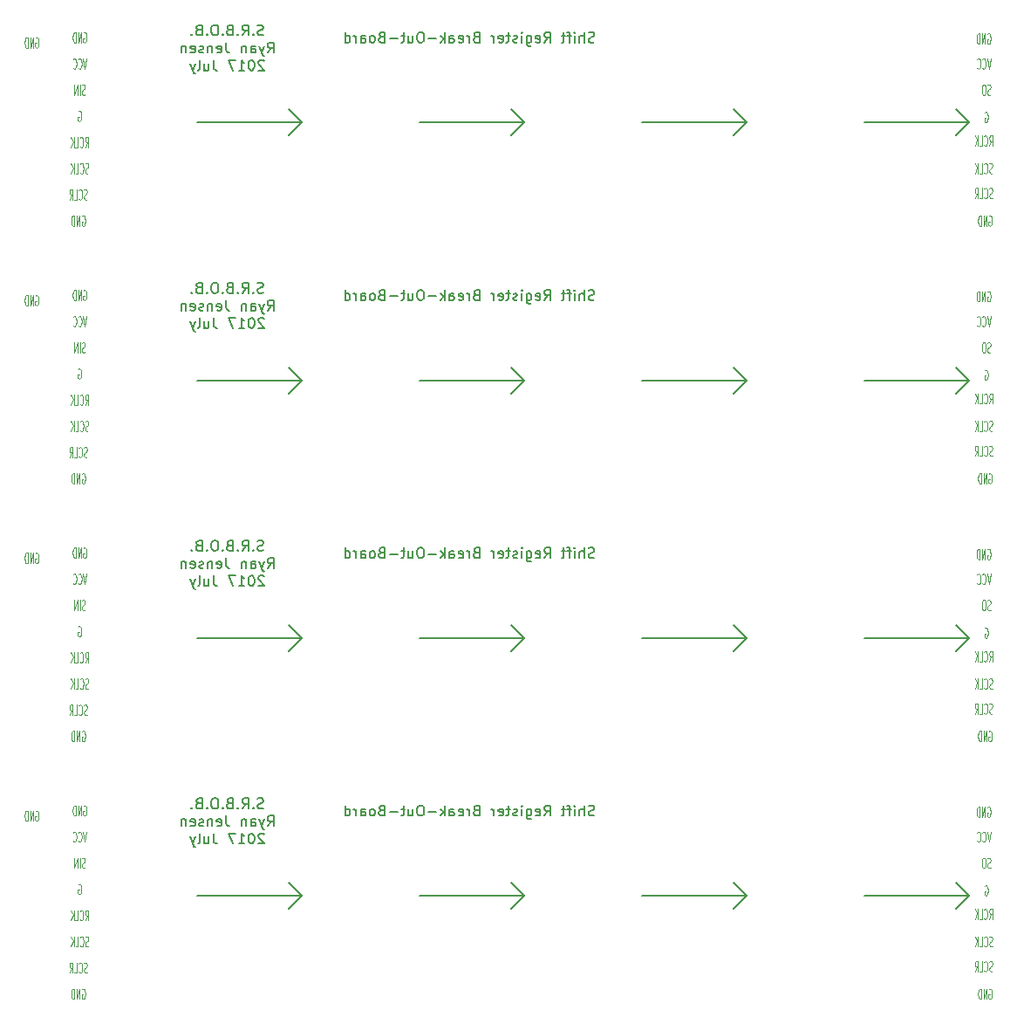
<source format=gbr>
G04 #@! TF.FileFunction,Legend,Bot*
%FSLAX46Y46*%
G04 Gerber Fmt 4.6, Leading zero omitted, Abs format (unit mm)*
G04 Created by KiCad (PCBNEW 4.0.6) date 07/03/17 20:38:38*
%MOMM*%
%LPD*%
G01*
G04 APERTURE LIST*
%ADD10C,0.100000*%
%ADD11C,0.200000*%
G04 APERTURE END LIST*
D10*
D11*
X138430000Y-146707534D02*
X137160000Y-147977534D01*
X138430000Y-121707534D02*
X137160000Y-122977534D01*
X138430000Y-96707534D02*
X137160000Y-97977534D01*
X160020000Y-146707534D02*
X158750000Y-145437534D01*
X160020000Y-121707534D02*
X158750000Y-120437534D01*
X160020000Y-96707534D02*
X158750000Y-95437534D01*
X149860000Y-146707534D02*
X160020000Y-146707534D01*
X149860000Y-121707534D02*
X160020000Y-121707534D01*
X149860000Y-96707534D02*
X160020000Y-96707534D01*
X128270000Y-146707534D02*
X138430000Y-146707534D01*
X128270000Y-121707534D02*
X138430000Y-121707534D01*
X128270000Y-96707534D02*
X138430000Y-96707534D01*
X160020000Y-146707534D02*
X158750000Y-147977534D01*
X160020000Y-121707534D02*
X158750000Y-122977534D01*
X160020000Y-96707534D02*
X158750000Y-97977534D01*
X138430000Y-146707534D02*
X137160000Y-145437534D01*
X138430000Y-121707534D02*
X137160000Y-120437534D01*
X138430000Y-96707534D02*
X137160000Y-95437534D01*
D10*
X162262238Y-154017762D02*
X162190809Y-154065381D01*
X162071762Y-154065381D01*
X162024143Y-154017762D01*
X162000333Y-153970143D01*
X161976524Y-153874905D01*
X161976524Y-153779667D01*
X162000333Y-153684429D01*
X162024143Y-153636810D01*
X162071762Y-153589190D01*
X162167000Y-153541571D01*
X162214619Y-153493952D01*
X162238428Y-153446333D01*
X162262238Y-153351095D01*
X162262238Y-153255857D01*
X162238428Y-153160619D01*
X162214619Y-153113000D01*
X162167000Y-153065381D01*
X162047952Y-153065381D01*
X161976524Y-153113000D01*
X161476524Y-153970143D02*
X161500334Y-154017762D01*
X161571762Y-154065381D01*
X161619381Y-154065381D01*
X161690810Y-154017762D01*
X161738429Y-153922524D01*
X161762238Y-153827286D01*
X161786048Y-153636810D01*
X161786048Y-153493952D01*
X161762238Y-153303476D01*
X161738429Y-153208238D01*
X161690810Y-153113000D01*
X161619381Y-153065381D01*
X161571762Y-153065381D01*
X161500334Y-153113000D01*
X161476524Y-153160619D01*
X161024143Y-154065381D02*
X161262238Y-154065381D01*
X161262238Y-153065381D01*
X160571762Y-154065381D02*
X160738429Y-153589190D01*
X160857476Y-154065381D02*
X160857476Y-153065381D01*
X160667000Y-153065381D01*
X160619381Y-153113000D01*
X160595572Y-153160619D01*
X160571762Y-153255857D01*
X160571762Y-153398714D01*
X160595572Y-153493952D01*
X160619381Y-153541571D01*
X160667000Y-153589190D01*
X160857476Y-153589190D01*
X162262238Y-129017762D02*
X162190809Y-129065381D01*
X162071762Y-129065381D01*
X162024143Y-129017762D01*
X162000333Y-128970143D01*
X161976524Y-128874905D01*
X161976524Y-128779667D01*
X162000333Y-128684429D01*
X162024143Y-128636810D01*
X162071762Y-128589190D01*
X162167000Y-128541571D01*
X162214619Y-128493952D01*
X162238428Y-128446333D01*
X162262238Y-128351095D01*
X162262238Y-128255857D01*
X162238428Y-128160619D01*
X162214619Y-128113000D01*
X162167000Y-128065381D01*
X162047952Y-128065381D01*
X161976524Y-128113000D01*
X161476524Y-128970143D02*
X161500334Y-129017762D01*
X161571762Y-129065381D01*
X161619381Y-129065381D01*
X161690810Y-129017762D01*
X161738429Y-128922524D01*
X161762238Y-128827286D01*
X161786048Y-128636810D01*
X161786048Y-128493952D01*
X161762238Y-128303476D01*
X161738429Y-128208238D01*
X161690810Y-128113000D01*
X161619381Y-128065381D01*
X161571762Y-128065381D01*
X161500334Y-128113000D01*
X161476524Y-128160619D01*
X161024143Y-129065381D02*
X161262238Y-129065381D01*
X161262238Y-128065381D01*
X160571762Y-129065381D02*
X160738429Y-128589190D01*
X160857476Y-129065381D02*
X160857476Y-128065381D01*
X160667000Y-128065381D01*
X160619381Y-128113000D01*
X160595572Y-128160619D01*
X160571762Y-128255857D01*
X160571762Y-128398714D01*
X160595572Y-128493952D01*
X160619381Y-128541571D01*
X160667000Y-128589190D01*
X160857476Y-128589190D01*
X162262238Y-104017762D02*
X162190809Y-104065381D01*
X162071762Y-104065381D01*
X162024143Y-104017762D01*
X162000333Y-103970143D01*
X161976524Y-103874905D01*
X161976524Y-103779667D01*
X162000333Y-103684429D01*
X162024143Y-103636810D01*
X162071762Y-103589190D01*
X162167000Y-103541571D01*
X162214619Y-103493952D01*
X162238428Y-103446333D01*
X162262238Y-103351095D01*
X162262238Y-103255857D01*
X162238428Y-103160619D01*
X162214619Y-103113000D01*
X162167000Y-103065381D01*
X162047952Y-103065381D01*
X161976524Y-103113000D01*
X161476524Y-103970143D02*
X161500334Y-104017762D01*
X161571762Y-104065381D01*
X161619381Y-104065381D01*
X161690810Y-104017762D01*
X161738429Y-103922524D01*
X161762238Y-103827286D01*
X161786048Y-103636810D01*
X161786048Y-103493952D01*
X161762238Y-103303476D01*
X161738429Y-103208238D01*
X161690810Y-103113000D01*
X161619381Y-103065381D01*
X161571762Y-103065381D01*
X161500334Y-103113000D01*
X161476524Y-103160619D01*
X161024143Y-104065381D02*
X161262238Y-104065381D01*
X161262238Y-103065381D01*
X160571762Y-104065381D02*
X160738429Y-103589190D01*
X160857476Y-104065381D02*
X160857476Y-103065381D01*
X160667000Y-103065381D01*
X160619381Y-103113000D01*
X160595572Y-103160619D01*
X160571762Y-103255857D01*
X160571762Y-103398714D01*
X160595572Y-103493952D01*
X160619381Y-103541571D01*
X160667000Y-103589190D01*
X160857476Y-103589190D01*
X162262238Y-151604762D02*
X162190809Y-151652381D01*
X162071762Y-151652381D01*
X162024143Y-151604762D01*
X162000333Y-151557143D01*
X161976524Y-151461905D01*
X161976524Y-151366667D01*
X162000333Y-151271429D01*
X162024143Y-151223810D01*
X162071762Y-151176190D01*
X162167000Y-151128571D01*
X162214619Y-151080952D01*
X162238428Y-151033333D01*
X162262238Y-150938095D01*
X162262238Y-150842857D01*
X162238428Y-150747619D01*
X162214619Y-150700000D01*
X162167000Y-150652381D01*
X162047952Y-150652381D01*
X161976524Y-150700000D01*
X161476524Y-151557143D02*
X161500334Y-151604762D01*
X161571762Y-151652381D01*
X161619381Y-151652381D01*
X161690810Y-151604762D01*
X161738429Y-151509524D01*
X161762238Y-151414286D01*
X161786048Y-151223810D01*
X161786048Y-151080952D01*
X161762238Y-150890476D01*
X161738429Y-150795238D01*
X161690810Y-150700000D01*
X161619381Y-150652381D01*
X161571762Y-150652381D01*
X161500334Y-150700000D01*
X161476524Y-150747619D01*
X161024143Y-151652381D02*
X161262238Y-151652381D01*
X161262238Y-150652381D01*
X160857476Y-151652381D02*
X160857476Y-150652381D01*
X160571762Y-151652381D02*
X160786048Y-151080952D01*
X160571762Y-150652381D02*
X160857476Y-151223810D01*
X162262238Y-126604762D02*
X162190809Y-126652381D01*
X162071762Y-126652381D01*
X162024143Y-126604762D01*
X162000333Y-126557143D01*
X161976524Y-126461905D01*
X161976524Y-126366667D01*
X162000333Y-126271429D01*
X162024143Y-126223810D01*
X162071762Y-126176190D01*
X162167000Y-126128571D01*
X162214619Y-126080952D01*
X162238428Y-126033333D01*
X162262238Y-125938095D01*
X162262238Y-125842857D01*
X162238428Y-125747619D01*
X162214619Y-125700000D01*
X162167000Y-125652381D01*
X162047952Y-125652381D01*
X161976524Y-125700000D01*
X161476524Y-126557143D02*
X161500334Y-126604762D01*
X161571762Y-126652381D01*
X161619381Y-126652381D01*
X161690810Y-126604762D01*
X161738429Y-126509524D01*
X161762238Y-126414286D01*
X161786048Y-126223810D01*
X161786048Y-126080952D01*
X161762238Y-125890476D01*
X161738429Y-125795238D01*
X161690810Y-125700000D01*
X161619381Y-125652381D01*
X161571762Y-125652381D01*
X161500334Y-125700000D01*
X161476524Y-125747619D01*
X161024143Y-126652381D02*
X161262238Y-126652381D01*
X161262238Y-125652381D01*
X160857476Y-126652381D02*
X160857476Y-125652381D01*
X160571762Y-126652381D02*
X160786048Y-126080952D01*
X160571762Y-125652381D02*
X160857476Y-126223810D01*
X162262238Y-101604762D02*
X162190809Y-101652381D01*
X162071762Y-101652381D01*
X162024143Y-101604762D01*
X162000333Y-101557143D01*
X161976524Y-101461905D01*
X161976524Y-101366667D01*
X162000333Y-101271429D01*
X162024143Y-101223810D01*
X162071762Y-101176190D01*
X162167000Y-101128571D01*
X162214619Y-101080952D01*
X162238428Y-101033333D01*
X162262238Y-100938095D01*
X162262238Y-100842857D01*
X162238428Y-100747619D01*
X162214619Y-100700000D01*
X162167000Y-100652381D01*
X162047952Y-100652381D01*
X161976524Y-100700000D01*
X161476524Y-101557143D02*
X161500334Y-101604762D01*
X161571762Y-101652381D01*
X161619381Y-101652381D01*
X161690810Y-101604762D01*
X161738429Y-101509524D01*
X161762238Y-101414286D01*
X161786048Y-101223810D01*
X161786048Y-101080952D01*
X161762238Y-100890476D01*
X161738429Y-100795238D01*
X161690810Y-100700000D01*
X161619381Y-100652381D01*
X161571762Y-100652381D01*
X161500334Y-100700000D01*
X161476524Y-100747619D01*
X161024143Y-101652381D02*
X161262238Y-101652381D01*
X161262238Y-100652381D01*
X160857476Y-101652381D02*
X160857476Y-100652381D01*
X160571762Y-101652381D02*
X160786048Y-101080952D01*
X160571762Y-100652381D02*
X160857476Y-101223810D01*
X161964619Y-148985381D02*
X162131286Y-148509190D01*
X162250333Y-148985381D02*
X162250333Y-147985381D01*
X162059857Y-147985381D01*
X162012238Y-148033000D01*
X161988429Y-148080619D01*
X161964619Y-148175857D01*
X161964619Y-148318714D01*
X161988429Y-148413952D01*
X162012238Y-148461571D01*
X162059857Y-148509190D01*
X162250333Y-148509190D01*
X161464619Y-148890143D02*
X161488429Y-148937762D01*
X161559857Y-148985381D01*
X161607476Y-148985381D01*
X161678905Y-148937762D01*
X161726524Y-148842524D01*
X161750333Y-148747286D01*
X161774143Y-148556810D01*
X161774143Y-148413952D01*
X161750333Y-148223476D01*
X161726524Y-148128238D01*
X161678905Y-148033000D01*
X161607476Y-147985381D01*
X161559857Y-147985381D01*
X161488429Y-148033000D01*
X161464619Y-148080619D01*
X161012238Y-148985381D02*
X161250333Y-148985381D01*
X161250333Y-147985381D01*
X160845571Y-148985381D02*
X160845571Y-147985381D01*
X160559857Y-148985381D02*
X160774143Y-148413952D01*
X160559857Y-147985381D02*
X160845571Y-148556810D01*
X161964619Y-123985381D02*
X162131286Y-123509190D01*
X162250333Y-123985381D02*
X162250333Y-122985381D01*
X162059857Y-122985381D01*
X162012238Y-123033000D01*
X161988429Y-123080619D01*
X161964619Y-123175857D01*
X161964619Y-123318714D01*
X161988429Y-123413952D01*
X162012238Y-123461571D01*
X162059857Y-123509190D01*
X162250333Y-123509190D01*
X161464619Y-123890143D02*
X161488429Y-123937762D01*
X161559857Y-123985381D01*
X161607476Y-123985381D01*
X161678905Y-123937762D01*
X161726524Y-123842524D01*
X161750333Y-123747286D01*
X161774143Y-123556810D01*
X161774143Y-123413952D01*
X161750333Y-123223476D01*
X161726524Y-123128238D01*
X161678905Y-123033000D01*
X161607476Y-122985381D01*
X161559857Y-122985381D01*
X161488429Y-123033000D01*
X161464619Y-123080619D01*
X161012238Y-123985381D02*
X161250333Y-123985381D01*
X161250333Y-122985381D01*
X160845571Y-123985381D02*
X160845571Y-122985381D01*
X160559857Y-123985381D02*
X160774143Y-123413952D01*
X160559857Y-122985381D02*
X160845571Y-123556810D01*
X161964619Y-98985381D02*
X162131286Y-98509190D01*
X162250333Y-98985381D02*
X162250333Y-97985381D01*
X162059857Y-97985381D01*
X162012238Y-98033000D01*
X161988429Y-98080619D01*
X161964619Y-98175857D01*
X161964619Y-98318714D01*
X161988429Y-98413952D01*
X162012238Y-98461571D01*
X162059857Y-98509190D01*
X162250333Y-98509190D01*
X161464619Y-98890143D02*
X161488429Y-98937762D01*
X161559857Y-98985381D01*
X161607476Y-98985381D01*
X161678905Y-98937762D01*
X161726524Y-98842524D01*
X161750333Y-98747286D01*
X161774143Y-98556810D01*
X161774143Y-98413952D01*
X161750333Y-98223476D01*
X161726524Y-98128238D01*
X161678905Y-98033000D01*
X161607476Y-97985381D01*
X161559857Y-97985381D01*
X161488429Y-98033000D01*
X161464619Y-98080619D01*
X161012238Y-98985381D02*
X161250333Y-98985381D01*
X161250333Y-97985381D01*
X160845571Y-98985381D02*
X160845571Y-97985381D01*
X160559857Y-98985381D02*
X160774143Y-98413952D01*
X160559857Y-97985381D02*
X160845571Y-98556810D01*
X161924953Y-155780000D02*
X161972572Y-155732381D01*
X162044000Y-155732381D01*
X162115429Y-155780000D01*
X162163048Y-155875238D01*
X162186857Y-155970476D01*
X162210667Y-156160952D01*
X162210667Y-156303810D01*
X162186857Y-156494286D01*
X162163048Y-156589524D01*
X162115429Y-156684762D01*
X162044000Y-156732381D01*
X161996381Y-156732381D01*
X161924953Y-156684762D01*
X161901143Y-156637143D01*
X161901143Y-156303810D01*
X161996381Y-156303810D01*
X161686857Y-156732381D02*
X161686857Y-155732381D01*
X161401143Y-156732381D01*
X161401143Y-155732381D01*
X161163047Y-156732381D02*
X161163047Y-155732381D01*
X161044000Y-155732381D01*
X160972571Y-155780000D01*
X160924952Y-155875238D01*
X160901143Y-155970476D01*
X160877333Y-156160952D01*
X160877333Y-156303810D01*
X160901143Y-156494286D01*
X160924952Y-156589524D01*
X160972571Y-156684762D01*
X161044000Y-156732381D01*
X161163047Y-156732381D01*
X161924953Y-130780000D02*
X161972572Y-130732381D01*
X162044000Y-130732381D01*
X162115429Y-130780000D01*
X162163048Y-130875238D01*
X162186857Y-130970476D01*
X162210667Y-131160952D01*
X162210667Y-131303810D01*
X162186857Y-131494286D01*
X162163048Y-131589524D01*
X162115429Y-131684762D01*
X162044000Y-131732381D01*
X161996381Y-131732381D01*
X161924953Y-131684762D01*
X161901143Y-131637143D01*
X161901143Y-131303810D01*
X161996381Y-131303810D01*
X161686857Y-131732381D02*
X161686857Y-130732381D01*
X161401143Y-131732381D01*
X161401143Y-130732381D01*
X161163047Y-131732381D02*
X161163047Y-130732381D01*
X161044000Y-130732381D01*
X160972571Y-130780000D01*
X160924952Y-130875238D01*
X160901143Y-130970476D01*
X160877333Y-131160952D01*
X160877333Y-131303810D01*
X160901143Y-131494286D01*
X160924952Y-131589524D01*
X160972571Y-131684762D01*
X161044000Y-131732381D01*
X161163047Y-131732381D01*
X161924953Y-105780000D02*
X161972572Y-105732381D01*
X162044000Y-105732381D01*
X162115429Y-105780000D01*
X162163048Y-105875238D01*
X162186857Y-105970476D01*
X162210667Y-106160952D01*
X162210667Y-106303810D01*
X162186857Y-106494286D01*
X162163048Y-106589524D01*
X162115429Y-106684762D01*
X162044000Y-106732381D01*
X161996381Y-106732381D01*
X161924953Y-106684762D01*
X161901143Y-106637143D01*
X161901143Y-106303810D01*
X161996381Y-106303810D01*
X161686857Y-106732381D02*
X161686857Y-105732381D01*
X161401143Y-106732381D01*
X161401143Y-105732381D01*
X161163047Y-106732381D02*
X161163047Y-105732381D01*
X161044000Y-105732381D01*
X160972571Y-105780000D01*
X160924952Y-105875238D01*
X160901143Y-105970476D01*
X160877333Y-106160952D01*
X160877333Y-106303810D01*
X160901143Y-106494286D01*
X160924952Y-106589524D01*
X160972571Y-106684762D01*
X161044000Y-106732381D01*
X161163047Y-106732381D01*
X74326666Y-140492381D02*
X74159999Y-141492381D01*
X73993333Y-140492381D01*
X73540952Y-141397143D02*
X73564762Y-141444762D01*
X73636190Y-141492381D01*
X73683809Y-141492381D01*
X73755238Y-141444762D01*
X73802857Y-141349524D01*
X73826666Y-141254286D01*
X73850476Y-141063810D01*
X73850476Y-140920952D01*
X73826666Y-140730476D01*
X73802857Y-140635238D01*
X73755238Y-140540000D01*
X73683809Y-140492381D01*
X73636190Y-140492381D01*
X73564762Y-140540000D01*
X73540952Y-140587619D01*
X73040952Y-141397143D02*
X73064762Y-141444762D01*
X73136190Y-141492381D01*
X73183809Y-141492381D01*
X73255238Y-141444762D01*
X73302857Y-141349524D01*
X73326666Y-141254286D01*
X73350476Y-141063810D01*
X73350476Y-140920952D01*
X73326666Y-140730476D01*
X73302857Y-140635238D01*
X73255238Y-140540000D01*
X73183809Y-140492381D01*
X73136190Y-140492381D01*
X73064762Y-140540000D01*
X73040952Y-140587619D01*
X74326666Y-115492381D02*
X74159999Y-116492381D01*
X73993333Y-115492381D01*
X73540952Y-116397143D02*
X73564762Y-116444762D01*
X73636190Y-116492381D01*
X73683809Y-116492381D01*
X73755238Y-116444762D01*
X73802857Y-116349524D01*
X73826666Y-116254286D01*
X73850476Y-116063810D01*
X73850476Y-115920952D01*
X73826666Y-115730476D01*
X73802857Y-115635238D01*
X73755238Y-115540000D01*
X73683809Y-115492381D01*
X73636190Y-115492381D01*
X73564762Y-115540000D01*
X73540952Y-115587619D01*
X73040952Y-116397143D02*
X73064762Y-116444762D01*
X73136190Y-116492381D01*
X73183809Y-116492381D01*
X73255238Y-116444762D01*
X73302857Y-116349524D01*
X73326666Y-116254286D01*
X73350476Y-116063810D01*
X73350476Y-115920952D01*
X73326666Y-115730476D01*
X73302857Y-115635238D01*
X73255238Y-115540000D01*
X73183809Y-115492381D01*
X73136190Y-115492381D01*
X73064762Y-115540000D01*
X73040952Y-115587619D01*
X74326666Y-90492381D02*
X74159999Y-91492381D01*
X73993333Y-90492381D01*
X73540952Y-91397143D02*
X73564762Y-91444762D01*
X73636190Y-91492381D01*
X73683809Y-91492381D01*
X73755238Y-91444762D01*
X73802857Y-91349524D01*
X73826666Y-91254286D01*
X73850476Y-91063810D01*
X73850476Y-90920952D01*
X73826666Y-90730476D01*
X73802857Y-90635238D01*
X73755238Y-90540000D01*
X73683809Y-90492381D01*
X73636190Y-90492381D01*
X73564762Y-90540000D01*
X73540952Y-90587619D01*
X73040952Y-91397143D02*
X73064762Y-91444762D01*
X73136190Y-91492381D01*
X73183809Y-91492381D01*
X73255238Y-91444762D01*
X73302857Y-91349524D01*
X73326666Y-91254286D01*
X73350476Y-91063810D01*
X73350476Y-90920952D01*
X73326666Y-90730476D01*
X73302857Y-90635238D01*
X73255238Y-90540000D01*
X73183809Y-90492381D01*
X73136190Y-90492381D01*
X73064762Y-90540000D01*
X73040952Y-90587619D01*
X74183809Y-143984762D02*
X74112380Y-144032381D01*
X73993333Y-144032381D01*
X73945714Y-143984762D01*
X73921904Y-143937143D01*
X73898095Y-143841905D01*
X73898095Y-143746667D01*
X73921904Y-143651429D01*
X73945714Y-143603810D01*
X73993333Y-143556190D01*
X74088571Y-143508571D01*
X74136190Y-143460952D01*
X74159999Y-143413333D01*
X74183809Y-143318095D01*
X74183809Y-143222857D01*
X74159999Y-143127619D01*
X74136190Y-143080000D01*
X74088571Y-143032381D01*
X73969523Y-143032381D01*
X73898095Y-143080000D01*
X73683809Y-144032381D02*
X73683809Y-143032381D01*
X73445714Y-144032381D02*
X73445714Y-143032381D01*
X73160000Y-144032381D01*
X73160000Y-143032381D01*
X74183809Y-118984762D02*
X74112380Y-119032381D01*
X73993333Y-119032381D01*
X73945714Y-118984762D01*
X73921904Y-118937143D01*
X73898095Y-118841905D01*
X73898095Y-118746667D01*
X73921904Y-118651429D01*
X73945714Y-118603810D01*
X73993333Y-118556190D01*
X74088571Y-118508571D01*
X74136190Y-118460952D01*
X74159999Y-118413333D01*
X74183809Y-118318095D01*
X74183809Y-118222857D01*
X74159999Y-118127619D01*
X74136190Y-118080000D01*
X74088571Y-118032381D01*
X73969523Y-118032381D01*
X73898095Y-118080000D01*
X73683809Y-119032381D02*
X73683809Y-118032381D01*
X73445714Y-119032381D02*
X73445714Y-118032381D01*
X73160000Y-119032381D01*
X73160000Y-118032381D01*
X74183809Y-93984762D02*
X74112380Y-94032381D01*
X73993333Y-94032381D01*
X73945714Y-93984762D01*
X73921904Y-93937143D01*
X73898095Y-93841905D01*
X73898095Y-93746667D01*
X73921904Y-93651429D01*
X73945714Y-93603810D01*
X73993333Y-93556190D01*
X74088571Y-93508571D01*
X74136190Y-93460952D01*
X74159999Y-93413333D01*
X74183809Y-93318095D01*
X74183809Y-93222857D01*
X74159999Y-93127619D01*
X74136190Y-93080000D01*
X74088571Y-93032381D01*
X73969523Y-93032381D01*
X73898095Y-93080000D01*
X73683809Y-94032381D02*
X73683809Y-93032381D01*
X73445714Y-94032381D02*
X73445714Y-93032381D01*
X73160000Y-94032381D01*
X73160000Y-93032381D01*
X69380953Y-138500000D02*
X69428572Y-138452381D01*
X69500000Y-138452381D01*
X69571429Y-138500000D01*
X69619048Y-138595238D01*
X69642857Y-138690476D01*
X69666667Y-138880952D01*
X69666667Y-139023810D01*
X69642857Y-139214286D01*
X69619048Y-139309524D01*
X69571429Y-139404762D01*
X69500000Y-139452381D01*
X69452381Y-139452381D01*
X69380953Y-139404762D01*
X69357143Y-139357143D01*
X69357143Y-139023810D01*
X69452381Y-139023810D01*
X69142857Y-139452381D02*
X69142857Y-138452381D01*
X68857143Y-139452381D01*
X68857143Y-138452381D01*
X68619047Y-139452381D02*
X68619047Y-138452381D01*
X68500000Y-138452381D01*
X68428571Y-138500000D01*
X68380952Y-138595238D01*
X68357143Y-138690476D01*
X68333333Y-138880952D01*
X68333333Y-139023810D01*
X68357143Y-139214286D01*
X68380952Y-139309524D01*
X68428571Y-139404762D01*
X68500000Y-139452381D01*
X68619047Y-139452381D01*
X69380953Y-113500000D02*
X69428572Y-113452381D01*
X69500000Y-113452381D01*
X69571429Y-113500000D01*
X69619048Y-113595238D01*
X69642857Y-113690476D01*
X69666667Y-113880952D01*
X69666667Y-114023810D01*
X69642857Y-114214286D01*
X69619048Y-114309524D01*
X69571429Y-114404762D01*
X69500000Y-114452381D01*
X69452381Y-114452381D01*
X69380953Y-114404762D01*
X69357143Y-114357143D01*
X69357143Y-114023810D01*
X69452381Y-114023810D01*
X69142857Y-114452381D02*
X69142857Y-113452381D01*
X68857143Y-114452381D01*
X68857143Y-113452381D01*
X68619047Y-114452381D02*
X68619047Y-113452381D01*
X68500000Y-113452381D01*
X68428571Y-113500000D01*
X68380952Y-113595238D01*
X68357143Y-113690476D01*
X68333333Y-113880952D01*
X68333333Y-114023810D01*
X68357143Y-114214286D01*
X68380952Y-114309524D01*
X68428571Y-114404762D01*
X68500000Y-114452381D01*
X68619047Y-114452381D01*
X69380953Y-88500000D02*
X69428572Y-88452381D01*
X69500000Y-88452381D01*
X69571429Y-88500000D01*
X69619048Y-88595238D01*
X69642857Y-88690476D01*
X69666667Y-88880952D01*
X69666667Y-89023810D01*
X69642857Y-89214286D01*
X69619048Y-89309524D01*
X69571429Y-89404762D01*
X69500000Y-89452381D01*
X69452381Y-89452381D01*
X69380953Y-89404762D01*
X69357143Y-89357143D01*
X69357143Y-89023810D01*
X69452381Y-89023810D01*
X69142857Y-89452381D02*
X69142857Y-88452381D01*
X68857143Y-89452381D01*
X68857143Y-88452381D01*
X68619047Y-89452381D02*
X68619047Y-88452381D01*
X68500000Y-88452381D01*
X68428571Y-88500000D01*
X68380952Y-88595238D01*
X68357143Y-88690476D01*
X68333333Y-88880952D01*
X68333333Y-89023810D01*
X68357143Y-89214286D01*
X68380952Y-89309524D01*
X68428571Y-89404762D01*
X68500000Y-89452381D01*
X68619047Y-89452381D01*
X73529048Y-145620000D02*
X73576667Y-145572381D01*
X73648095Y-145572381D01*
X73719524Y-145620000D01*
X73767143Y-145715238D01*
X73790952Y-145810476D01*
X73814762Y-146000952D01*
X73814762Y-146143810D01*
X73790952Y-146334286D01*
X73767143Y-146429524D01*
X73719524Y-146524762D01*
X73648095Y-146572381D01*
X73600476Y-146572381D01*
X73529048Y-146524762D01*
X73505238Y-146477143D01*
X73505238Y-146143810D01*
X73600476Y-146143810D01*
X73529048Y-120620000D02*
X73576667Y-120572381D01*
X73648095Y-120572381D01*
X73719524Y-120620000D01*
X73767143Y-120715238D01*
X73790952Y-120810476D01*
X73814762Y-121000952D01*
X73814762Y-121143810D01*
X73790952Y-121334286D01*
X73767143Y-121429524D01*
X73719524Y-121524762D01*
X73648095Y-121572381D01*
X73600476Y-121572381D01*
X73529048Y-121524762D01*
X73505238Y-121477143D01*
X73505238Y-121143810D01*
X73600476Y-121143810D01*
X73529048Y-95620000D02*
X73576667Y-95572381D01*
X73648095Y-95572381D01*
X73719524Y-95620000D01*
X73767143Y-95715238D01*
X73790952Y-95810476D01*
X73814762Y-96000952D01*
X73814762Y-96143810D01*
X73790952Y-96334286D01*
X73767143Y-96429524D01*
X73719524Y-96524762D01*
X73648095Y-96572381D01*
X73600476Y-96572381D01*
X73529048Y-96524762D01*
X73505238Y-96477143D01*
X73505238Y-96143810D01*
X73600476Y-96143810D01*
X74040953Y-138000000D02*
X74088572Y-137952381D01*
X74160000Y-137952381D01*
X74231429Y-138000000D01*
X74279048Y-138095238D01*
X74302857Y-138190476D01*
X74326667Y-138380952D01*
X74326667Y-138523810D01*
X74302857Y-138714286D01*
X74279048Y-138809524D01*
X74231429Y-138904762D01*
X74160000Y-138952381D01*
X74112381Y-138952381D01*
X74040953Y-138904762D01*
X74017143Y-138857143D01*
X74017143Y-138523810D01*
X74112381Y-138523810D01*
X73802857Y-138952381D02*
X73802857Y-137952381D01*
X73517143Y-138952381D01*
X73517143Y-137952381D01*
X73279047Y-138952381D02*
X73279047Y-137952381D01*
X73160000Y-137952381D01*
X73088571Y-138000000D01*
X73040952Y-138095238D01*
X73017143Y-138190476D01*
X72993333Y-138380952D01*
X72993333Y-138523810D01*
X73017143Y-138714286D01*
X73040952Y-138809524D01*
X73088571Y-138904762D01*
X73160000Y-138952381D01*
X73279047Y-138952381D01*
X74040953Y-113000000D02*
X74088572Y-112952381D01*
X74160000Y-112952381D01*
X74231429Y-113000000D01*
X74279048Y-113095238D01*
X74302857Y-113190476D01*
X74326667Y-113380952D01*
X74326667Y-113523810D01*
X74302857Y-113714286D01*
X74279048Y-113809524D01*
X74231429Y-113904762D01*
X74160000Y-113952381D01*
X74112381Y-113952381D01*
X74040953Y-113904762D01*
X74017143Y-113857143D01*
X74017143Y-113523810D01*
X74112381Y-113523810D01*
X73802857Y-113952381D02*
X73802857Y-112952381D01*
X73517143Y-113952381D01*
X73517143Y-112952381D01*
X73279047Y-113952381D02*
X73279047Y-112952381D01*
X73160000Y-112952381D01*
X73088571Y-113000000D01*
X73040952Y-113095238D01*
X73017143Y-113190476D01*
X72993333Y-113380952D01*
X72993333Y-113523810D01*
X73017143Y-113714286D01*
X73040952Y-113809524D01*
X73088571Y-113904762D01*
X73160000Y-113952381D01*
X73279047Y-113952381D01*
X74040953Y-88000000D02*
X74088572Y-87952381D01*
X74160000Y-87952381D01*
X74231429Y-88000000D01*
X74279048Y-88095238D01*
X74302857Y-88190476D01*
X74326667Y-88380952D01*
X74326667Y-88523810D01*
X74302857Y-88714286D01*
X74279048Y-88809524D01*
X74231429Y-88904762D01*
X74160000Y-88952381D01*
X74112381Y-88952381D01*
X74040953Y-88904762D01*
X74017143Y-88857143D01*
X74017143Y-88523810D01*
X74112381Y-88523810D01*
X73802857Y-88952381D02*
X73802857Y-87952381D01*
X73517143Y-88952381D01*
X73517143Y-87952381D01*
X73279047Y-88952381D02*
X73279047Y-87952381D01*
X73160000Y-87952381D01*
X73088571Y-88000000D01*
X73040952Y-88095238D01*
X73017143Y-88190476D01*
X72993333Y-88380952D01*
X72993333Y-88523810D01*
X73017143Y-88714286D01*
X73040952Y-88809524D01*
X73088571Y-88904762D01*
X73160000Y-88952381D01*
X73279047Y-88952381D01*
X161540048Y-145747000D02*
X161587667Y-145699381D01*
X161659095Y-145699381D01*
X161730524Y-145747000D01*
X161778143Y-145842238D01*
X161801952Y-145937476D01*
X161825762Y-146127952D01*
X161825762Y-146270810D01*
X161801952Y-146461286D01*
X161778143Y-146556524D01*
X161730524Y-146651762D01*
X161659095Y-146699381D01*
X161611476Y-146699381D01*
X161540048Y-146651762D01*
X161516238Y-146604143D01*
X161516238Y-146270810D01*
X161611476Y-146270810D01*
X161540048Y-120747000D02*
X161587667Y-120699381D01*
X161659095Y-120699381D01*
X161730524Y-120747000D01*
X161778143Y-120842238D01*
X161801952Y-120937476D01*
X161825762Y-121127952D01*
X161825762Y-121270810D01*
X161801952Y-121461286D01*
X161778143Y-121556524D01*
X161730524Y-121651762D01*
X161659095Y-121699381D01*
X161611476Y-121699381D01*
X161540048Y-121651762D01*
X161516238Y-121604143D01*
X161516238Y-121270810D01*
X161611476Y-121270810D01*
X161540048Y-95747000D02*
X161587667Y-95699381D01*
X161659095Y-95699381D01*
X161730524Y-95747000D01*
X161778143Y-95842238D01*
X161801952Y-95937476D01*
X161825762Y-96127952D01*
X161825762Y-96270810D01*
X161801952Y-96461286D01*
X161778143Y-96556524D01*
X161730524Y-96651762D01*
X161659095Y-96699381D01*
X161611476Y-96699381D01*
X161540048Y-96651762D01*
X161516238Y-96604143D01*
X161516238Y-96270810D01*
X161611476Y-96270810D01*
X161797953Y-138127000D02*
X161845572Y-138079381D01*
X161917000Y-138079381D01*
X161988429Y-138127000D01*
X162036048Y-138222238D01*
X162059857Y-138317476D01*
X162083667Y-138507952D01*
X162083667Y-138650810D01*
X162059857Y-138841286D01*
X162036048Y-138936524D01*
X161988429Y-139031762D01*
X161917000Y-139079381D01*
X161869381Y-139079381D01*
X161797953Y-139031762D01*
X161774143Y-138984143D01*
X161774143Y-138650810D01*
X161869381Y-138650810D01*
X161559857Y-139079381D02*
X161559857Y-138079381D01*
X161274143Y-139079381D01*
X161274143Y-138079381D01*
X161036047Y-139079381D02*
X161036047Y-138079381D01*
X160917000Y-138079381D01*
X160845571Y-138127000D01*
X160797952Y-138222238D01*
X160774143Y-138317476D01*
X160750333Y-138507952D01*
X160750333Y-138650810D01*
X160774143Y-138841286D01*
X160797952Y-138936524D01*
X160845571Y-139031762D01*
X160917000Y-139079381D01*
X161036047Y-139079381D01*
X161797953Y-113127000D02*
X161845572Y-113079381D01*
X161917000Y-113079381D01*
X161988429Y-113127000D01*
X162036048Y-113222238D01*
X162059857Y-113317476D01*
X162083667Y-113507952D01*
X162083667Y-113650810D01*
X162059857Y-113841286D01*
X162036048Y-113936524D01*
X161988429Y-114031762D01*
X161917000Y-114079381D01*
X161869381Y-114079381D01*
X161797953Y-114031762D01*
X161774143Y-113984143D01*
X161774143Y-113650810D01*
X161869381Y-113650810D01*
X161559857Y-114079381D02*
X161559857Y-113079381D01*
X161274143Y-114079381D01*
X161274143Y-113079381D01*
X161036047Y-114079381D02*
X161036047Y-113079381D01*
X160917000Y-113079381D01*
X160845571Y-113127000D01*
X160797952Y-113222238D01*
X160774143Y-113317476D01*
X160750333Y-113507952D01*
X160750333Y-113650810D01*
X160774143Y-113841286D01*
X160797952Y-113936524D01*
X160845571Y-114031762D01*
X160917000Y-114079381D01*
X161036047Y-114079381D01*
X161797953Y-88127000D02*
X161845572Y-88079381D01*
X161917000Y-88079381D01*
X161988429Y-88127000D01*
X162036048Y-88222238D01*
X162059857Y-88317476D01*
X162083667Y-88507952D01*
X162083667Y-88650810D01*
X162059857Y-88841286D01*
X162036048Y-88936524D01*
X161988429Y-89031762D01*
X161917000Y-89079381D01*
X161869381Y-89079381D01*
X161797953Y-89031762D01*
X161774143Y-88984143D01*
X161774143Y-88650810D01*
X161869381Y-88650810D01*
X161559857Y-89079381D02*
X161559857Y-88079381D01*
X161274143Y-89079381D01*
X161274143Y-88079381D01*
X161036047Y-89079381D02*
X161036047Y-88079381D01*
X160917000Y-88079381D01*
X160845571Y-88127000D01*
X160797952Y-88222238D01*
X160774143Y-88317476D01*
X160750333Y-88507952D01*
X160750333Y-88650810D01*
X160774143Y-88841286D01*
X160797952Y-88936524D01*
X160845571Y-89031762D01*
X160917000Y-89079381D01*
X161036047Y-89079381D01*
X162083666Y-140492381D02*
X161916999Y-141492381D01*
X161750333Y-140492381D01*
X161297952Y-141397143D02*
X161321762Y-141444762D01*
X161393190Y-141492381D01*
X161440809Y-141492381D01*
X161512238Y-141444762D01*
X161559857Y-141349524D01*
X161583666Y-141254286D01*
X161607476Y-141063810D01*
X161607476Y-140920952D01*
X161583666Y-140730476D01*
X161559857Y-140635238D01*
X161512238Y-140540000D01*
X161440809Y-140492381D01*
X161393190Y-140492381D01*
X161321762Y-140540000D01*
X161297952Y-140587619D01*
X160797952Y-141397143D02*
X160821762Y-141444762D01*
X160893190Y-141492381D01*
X160940809Y-141492381D01*
X161012238Y-141444762D01*
X161059857Y-141349524D01*
X161083666Y-141254286D01*
X161107476Y-141063810D01*
X161107476Y-140920952D01*
X161083666Y-140730476D01*
X161059857Y-140635238D01*
X161012238Y-140540000D01*
X160940809Y-140492381D01*
X160893190Y-140492381D01*
X160821762Y-140540000D01*
X160797952Y-140587619D01*
X162083666Y-115492381D02*
X161916999Y-116492381D01*
X161750333Y-115492381D01*
X161297952Y-116397143D02*
X161321762Y-116444762D01*
X161393190Y-116492381D01*
X161440809Y-116492381D01*
X161512238Y-116444762D01*
X161559857Y-116349524D01*
X161583666Y-116254286D01*
X161607476Y-116063810D01*
X161607476Y-115920952D01*
X161583666Y-115730476D01*
X161559857Y-115635238D01*
X161512238Y-115540000D01*
X161440809Y-115492381D01*
X161393190Y-115492381D01*
X161321762Y-115540000D01*
X161297952Y-115587619D01*
X160797952Y-116397143D02*
X160821762Y-116444762D01*
X160893190Y-116492381D01*
X160940809Y-116492381D01*
X161012238Y-116444762D01*
X161059857Y-116349524D01*
X161083666Y-116254286D01*
X161107476Y-116063810D01*
X161107476Y-115920952D01*
X161083666Y-115730476D01*
X161059857Y-115635238D01*
X161012238Y-115540000D01*
X160940809Y-115492381D01*
X160893190Y-115492381D01*
X160821762Y-115540000D01*
X160797952Y-115587619D01*
X162083666Y-90492381D02*
X161916999Y-91492381D01*
X161750333Y-90492381D01*
X161297952Y-91397143D02*
X161321762Y-91444762D01*
X161393190Y-91492381D01*
X161440809Y-91492381D01*
X161512238Y-91444762D01*
X161559857Y-91349524D01*
X161583666Y-91254286D01*
X161607476Y-91063810D01*
X161607476Y-90920952D01*
X161583666Y-90730476D01*
X161559857Y-90635238D01*
X161512238Y-90540000D01*
X161440809Y-90492381D01*
X161393190Y-90492381D01*
X161321762Y-90540000D01*
X161297952Y-90587619D01*
X160797952Y-91397143D02*
X160821762Y-91444762D01*
X160893190Y-91492381D01*
X160940809Y-91492381D01*
X161012238Y-91444762D01*
X161059857Y-91349524D01*
X161083666Y-91254286D01*
X161107476Y-91063810D01*
X161107476Y-90920952D01*
X161083666Y-90730476D01*
X161059857Y-90635238D01*
X161012238Y-90540000D01*
X160940809Y-90492381D01*
X160893190Y-90492381D01*
X160821762Y-90540000D01*
X160797952Y-90587619D01*
X162075762Y-143984762D02*
X162004333Y-144032381D01*
X161885286Y-144032381D01*
X161837667Y-143984762D01*
X161813857Y-143937143D01*
X161790048Y-143841905D01*
X161790048Y-143746667D01*
X161813857Y-143651429D01*
X161837667Y-143603810D01*
X161885286Y-143556190D01*
X161980524Y-143508571D01*
X162028143Y-143460952D01*
X162051952Y-143413333D01*
X162075762Y-143318095D01*
X162075762Y-143222857D01*
X162051952Y-143127619D01*
X162028143Y-143080000D01*
X161980524Y-143032381D01*
X161861476Y-143032381D01*
X161790048Y-143080000D01*
X161480524Y-143032381D02*
X161385286Y-143032381D01*
X161337667Y-143080000D01*
X161290048Y-143175238D01*
X161266239Y-143365714D01*
X161266239Y-143699048D01*
X161290048Y-143889524D01*
X161337667Y-143984762D01*
X161385286Y-144032381D01*
X161480524Y-144032381D01*
X161528143Y-143984762D01*
X161575762Y-143889524D01*
X161599572Y-143699048D01*
X161599572Y-143365714D01*
X161575762Y-143175238D01*
X161528143Y-143080000D01*
X161480524Y-143032381D01*
X162075762Y-118984762D02*
X162004333Y-119032381D01*
X161885286Y-119032381D01*
X161837667Y-118984762D01*
X161813857Y-118937143D01*
X161790048Y-118841905D01*
X161790048Y-118746667D01*
X161813857Y-118651429D01*
X161837667Y-118603810D01*
X161885286Y-118556190D01*
X161980524Y-118508571D01*
X162028143Y-118460952D01*
X162051952Y-118413333D01*
X162075762Y-118318095D01*
X162075762Y-118222857D01*
X162051952Y-118127619D01*
X162028143Y-118080000D01*
X161980524Y-118032381D01*
X161861476Y-118032381D01*
X161790048Y-118080000D01*
X161480524Y-118032381D02*
X161385286Y-118032381D01*
X161337667Y-118080000D01*
X161290048Y-118175238D01*
X161266239Y-118365714D01*
X161266239Y-118699048D01*
X161290048Y-118889524D01*
X161337667Y-118984762D01*
X161385286Y-119032381D01*
X161480524Y-119032381D01*
X161528143Y-118984762D01*
X161575762Y-118889524D01*
X161599572Y-118699048D01*
X161599572Y-118365714D01*
X161575762Y-118175238D01*
X161528143Y-118080000D01*
X161480524Y-118032381D01*
X162075762Y-93984762D02*
X162004333Y-94032381D01*
X161885286Y-94032381D01*
X161837667Y-93984762D01*
X161813857Y-93937143D01*
X161790048Y-93841905D01*
X161790048Y-93746667D01*
X161813857Y-93651429D01*
X161837667Y-93603810D01*
X161885286Y-93556190D01*
X161980524Y-93508571D01*
X162028143Y-93460952D01*
X162051952Y-93413333D01*
X162075762Y-93318095D01*
X162075762Y-93222857D01*
X162051952Y-93127619D01*
X162028143Y-93080000D01*
X161980524Y-93032381D01*
X161861476Y-93032381D01*
X161790048Y-93080000D01*
X161480524Y-93032381D02*
X161385286Y-93032381D01*
X161337667Y-93080000D01*
X161290048Y-93175238D01*
X161266239Y-93365714D01*
X161266239Y-93699048D01*
X161290048Y-93889524D01*
X161337667Y-93984762D01*
X161385286Y-94032381D01*
X161480524Y-94032381D01*
X161528143Y-93984762D01*
X161575762Y-93889524D01*
X161599572Y-93699048D01*
X161599572Y-93365714D01*
X161575762Y-93175238D01*
X161528143Y-93080000D01*
X161480524Y-93032381D01*
D11*
X91499999Y-138204762D02*
X91357142Y-138252381D01*
X91119046Y-138252381D01*
X91023808Y-138204762D01*
X90976189Y-138157143D01*
X90928570Y-138061905D01*
X90928570Y-137966667D01*
X90976189Y-137871429D01*
X91023808Y-137823810D01*
X91119046Y-137776190D01*
X91309523Y-137728571D01*
X91404761Y-137680952D01*
X91452380Y-137633333D01*
X91499999Y-137538095D01*
X91499999Y-137442857D01*
X91452380Y-137347619D01*
X91404761Y-137300000D01*
X91309523Y-137252381D01*
X91071427Y-137252381D01*
X90928570Y-137300000D01*
X90499999Y-138157143D02*
X90452380Y-138204762D01*
X90499999Y-138252381D01*
X90547618Y-138204762D01*
X90499999Y-138157143D01*
X90499999Y-138252381D01*
X89452380Y-138252381D02*
X89785714Y-137776190D01*
X90023809Y-138252381D02*
X90023809Y-137252381D01*
X89642856Y-137252381D01*
X89547618Y-137300000D01*
X89499999Y-137347619D01*
X89452380Y-137442857D01*
X89452380Y-137585714D01*
X89499999Y-137680952D01*
X89547618Y-137728571D01*
X89642856Y-137776190D01*
X90023809Y-137776190D01*
X89023809Y-138157143D02*
X88976190Y-138204762D01*
X89023809Y-138252381D01*
X89071428Y-138204762D01*
X89023809Y-138157143D01*
X89023809Y-138252381D01*
X88214285Y-137728571D02*
X88071428Y-137776190D01*
X88023809Y-137823810D01*
X87976190Y-137919048D01*
X87976190Y-138061905D01*
X88023809Y-138157143D01*
X88071428Y-138204762D01*
X88166666Y-138252381D01*
X88547619Y-138252381D01*
X88547619Y-137252381D01*
X88214285Y-137252381D01*
X88119047Y-137300000D01*
X88071428Y-137347619D01*
X88023809Y-137442857D01*
X88023809Y-137538095D01*
X88071428Y-137633333D01*
X88119047Y-137680952D01*
X88214285Y-137728571D01*
X88547619Y-137728571D01*
X87547619Y-138157143D02*
X87500000Y-138204762D01*
X87547619Y-138252381D01*
X87595238Y-138204762D01*
X87547619Y-138157143D01*
X87547619Y-138252381D01*
X86880953Y-137252381D02*
X86690476Y-137252381D01*
X86595238Y-137300000D01*
X86500000Y-137395238D01*
X86452381Y-137585714D01*
X86452381Y-137919048D01*
X86500000Y-138109524D01*
X86595238Y-138204762D01*
X86690476Y-138252381D01*
X86880953Y-138252381D01*
X86976191Y-138204762D01*
X87071429Y-138109524D01*
X87119048Y-137919048D01*
X87119048Y-137585714D01*
X87071429Y-137395238D01*
X86976191Y-137300000D01*
X86880953Y-137252381D01*
X86023810Y-138157143D02*
X85976191Y-138204762D01*
X86023810Y-138252381D01*
X86071429Y-138204762D01*
X86023810Y-138157143D01*
X86023810Y-138252381D01*
X85214286Y-137728571D02*
X85071429Y-137776190D01*
X85023810Y-137823810D01*
X84976191Y-137919048D01*
X84976191Y-138061905D01*
X85023810Y-138157143D01*
X85071429Y-138204762D01*
X85166667Y-138252381D01*
X85547620Y-138252381D01*
X85547620Y-137252381D01*
X85214286Y-137252381D01*
X85119048Y-137300000D01*
X85071429Y-137347619D01*
X85023810Y-137442857D01*
X85023810Y-137538095D01*
X85071429Y-137633333D01*
X85119048Y-137680952D01*
X85214286Y-137728571D01*
X85547620Y-137728571D01*
X84547620Y-138157143D02*
X84500001Y-138204762D01*
X84547620Y-138252381D01*
X84595239Y-138204762D01*
X84547620Y-138157143D01*
X84547620Y-138252381D01*
X91904762Y-139952381D02*
X92238096Y-139476190D01*
X92476191Y-139952381D02*
X92476191Y-138952381D01*
X92095238Y-138952381D01*
X92000000Y-139000000D01*
X91952381Y-139047619D01*
X91904762Y-139142857D01*
X91904762Y-139285714D01*
X91952381Y-139380952D01*
X92000000Y-139428571D01*
X92095238Y-139476190D01*
X92476191Y-139476190D01*
X91571429Y-139285714D02*
X91333334Y-139952381D01*
X91095238Y-139285714D02*
X91333334Y-139952381D01*
X91428572Y-140190476D01*
X91476191Y-140238095D01*
X91571429Y-140285714D01*
X90285714Y-139952381D02*
X90285714Y-139428571D01*
X90333333Y-139333333D01*
X90428571Y-139285714D01*
X90619048Y-139285714D01*
X90714286Y-139333333D01*
X90285714Y-139904762D02*
X90380952Y-139952381D01*
X90619048Y-139952381D01*
X90714286Y-139904762D01*
X90761905Y-139809524D01*
X90761905Y-139714286D01*
X90714286Y-139619048D01*
X90619048Y-139571429D01*
X90380952Y-139571429D01*
X90285714Y-139523810D01*
X89809524Y-139285714D02*
X89809524Y-139952381D01*
X89809524Y-139380952D02*
X89761905Y-139333333D01*
X89666667Y-139285714D01*
X89523809Y-139285714D01*
X89428571Y-139333333D01*
X89380952Y-139428571D01*
X89380952Y-139952381D01*
X87857142Y-138952381D02*
X87857142Y-139666667D01*
X87904762Y-139809524D01*
X88000000Y-139904762D01*
X88142857Y-139952381D01*
X88238095Y-139952381D01*
X86999999Y-139904762D02*
X87095237Y-139952381D01*
X87285714Y-139952381D01*
X87380952Y-139904762D01*
X87428571Y-139809524D01*
X87428571Y-139428571D01*
X87380952Y-139333333D01*
X87285714Y-139285714D01*
X87095237Y-139285714D01*
X86999999Y-139333333D01*
X86952380Y-139428571D01*
X86952380Y-139523810D01*
X87428571Y-139619048D01*
X86523809Y-139285714D02*
X86523809Y-139952381D01*
X86523809Y-139380952D02*
X86476190Y-139333333D01*
X86380952Y-139285714D01*
X86238094Y-139285714D01*
X86142856Y-139333333D01*
X86095237Y-139428571D01*
X86095237Y-139952381D01*
X85666666Y-139904762D02*
X85571428Y-139952381D01*
X85380952Y-139952381D01*
X85285713Y-139904762D01*
X85238094Y-139809524D01*
X85238094Y-139761905D01*
X85285713Y-139666667D01*
X85380952Y-139619048D01*
X85523809Y-139619048D01*
X85619047Y-139571429D01*
X85666666Y-139476190D01*
X85666666Y-139428571D01*
X85619047Y-139333333D01*
X85523809Y-139285714D01*
X85380952Y-139285714D01*
X85285713Y-139333333D01*
X84428570Y-139904762D02*
X84523808Y-139952381D01*
X84714285Y-139952381D01*
X84809523Y-139904762D01*
X84857142Y-139809524D01*
X84857142Y-139428571D01*
X84809523Y-139333333D01*
X84714285Y-139285714D01*
X84523808Y-139285714D01*
X84428570Y-139333333D01*
X84380951Y-139428571D01*
X84380951Y-139523810D01*
X84857142Y-139619048D01*
X83952380Y-139285714D02*
X83952380Y-139952381D01*
X83952380Y-139380952D02*
X83904761Y-139333333D01*
X83809523Y-139285714D01*
X83666665Y-139285714D01*
X83571427Y-139333333D01*
X83523808Y-139428571D01*
X83523808Y-139952381D01*
X91571429Y-140747619D02*
X91523810Y-140700000D01*
X91428572Y-140652381D01*
X91190476Y-140652381D01*
X91095238Y-140700000D01*
X91047619Y-140747619D01*
X91000000Y-140842857D01*
X91000000Y-140938095D01*
X91047619Y-141080952D01*
X91619048Y-141652381D01*
X91000000Y-141652381D01*
X90380953Y-140652381D02*
X90285714Y-140652381D01*
X90190476Y-140700000D01*
X90142857Y-140747619D01*
X90095238Y-140842857D01*
X90047619Y-141033333D01*
X90047619Y-141271429D01*
X90095238Y-141461905D01*
X90142857Y-141557143D01*
X90190476Y-141604762D01*
X90285714Y-141652381D01*
X90380953Y-141652381D01*
X90476191Y-141604762D01*
X90523810Y-141557143D01*
X90571429Y-141461905D01*
X90619048Y-141271429D01*
X90619048Y-141033333D01*
X90571429Y-140842857D01*
X90523810Y-140747619D01*
X90476191Y-140700000D01*
X90380953Y-140652381D01*
X89095238Y-141652381D02*
X89666667Y-141652381D01*
X89380953Y-141652381D02*
X89380953Y-140652381D01*
X89476191Y-140795238D01*
X89571429Y-140890476D01*
X89666667Y-140938095D01*
X88761905Y-140652381D02*
X88095238Y-140652381D01*
X88523810Y-141652381D01*
X86666666Y-140652381D02*
X86666666Y-141366667D01*
X86714286Y-141509524D01*
X86809524Y-141604762D01*
X86952381Y-141652381D01*
X87047619Y-141652381D01*
X85761904Y-140985714D02*
X85761904Y-141652381D01*
X86190476Y-140985714D02*
X86190476Y-141509524D01*
X86142857Y-141604762D01*
X86047619Y-141652381D01*
X85904761Y-141652381D01*
X85809523Y-141604762D01*
X85761904Y-141557143D01*
X85142857Y-141652381D02*
X85238095Y-141604762D01*
X85285714Y-141509524D01*
X85285714Y-140652381D01*
X84857142Y-140985714D02*
X84619047Y-141652381D01*
X84380951Y-140985714D02*
X84619047Y-141652381D01*
X84714285Y-141890476D01*
X84761904Y-141938095D01*
X84857142Y-141985714D01*
X91499999Y-113204762D02*
X91357142Y-113252381D01*
X91119046Y-113252381D01*
X91023808Y-113204762D01*
X90976189Y-113157143D01*
X90928570Y-113061905D01*
X90928570Y-112966667D01*
X90976189Y-112871429D01*
X91023808Y-112823810D01*
X91119046Y-112776190D01*
X91309523Y-112728571D01*
X91404761Y-112680952D01*
X91452380Y-112633333D01*
X91499999Y-112538095D01*
X91499999Y-112442857D01*
X91452380Y-112347619D01*
X91404761Y-112300000D01*
X91309523Y-112252381D01*
X91071427Y-112252381D01*
X90928570Y-112300000D01*
X90499999Y-113157143D02*
X90452380Y-113204762D01*
X90499999Y-113252381D01*
X90547618Y-113204762D01*
X90499999Y-113157143D01*
X90499999Y-113252381D01*
X89452380Y-113252381D02*
X89785714Y-112776190D01*
X90023809Y-113252381D02*
X90023809Y-112252381D01*
X89642856Y-112252381D01*
X89547618Y-112300000D01*
X89499999Y-112347619D01*
X89452380Y-112442857D01*
X89452380Y-112585714D01*
X89499999Y-112680952D01*
X89547618Y-112728571D01*
X89642856Y-112776190D01*
X90023809Y-112776190D01*
X89023809Y-113157143D02*
X88976190Y-113204762D01*
X89023809Y-113252381D01*
X89071428Y-113204762D01*
X89023809Y-113157143D01*
X89023809Y-113252381D01*
X88214285Y-112728571D02*
X88071428Y-112776190D01*
X88023809Y-112823810D01*
X87976190Y-112919048D01*
X87976190Y-113061905D01*
X88023809Y-113157143D01*
X88071428Y-113204762D01*
X88166666Y-113252381D01*
X88547619Y-113252381D01*
X88547619Y-112252381D01*
X88214285Y-112252381D01*
X88119047Y-112300000D01*
X88071428Y-112347619D01*
X88023809Y-112442857D01*
X88023809Y-112538095D01*
X88071428Y-112633333D01*
X88119047Y-112680952D01*
X88214285Y-112728571D01*
X88547619Y-112728571D01*
X87547619Y-113157143D02*
X87500000Y-113204762D01*
X87547619Y-113252381D01*
X87595238Y-113204762D01*
X87547619Y-113157143D01*
X87547619Y-113252381D01*
X86880953Y-112252381D02*
X86690476Y-112252381D01*
X86595238Y-112300000D01*
X86500000Y-112395238D01*
X86452381Y-112585714D01*
X86452381Y-112919048D01*
X86500000Y-113109524D01*
X86595238Y-113204762D01*
X86690476Y-113252381D01*
X86880953Y-113252381D01*
X86976191Y-113204762D01*
X87071429Y-113109524D01*
X87119048Y-112919048D01*
X87119048Y-112585714D01*
X87071429Y-112395238D01*
X86976191Y-112300000D01*
X86880953Y-112252381D01*
X86023810Y-113157143D02*
X85976191Y-113204762D01*
X86023810Y-113252381D01*
X86071429Y-113204762D01*
X86023810Y-113157143D01*
X86023810Y-113252381D01*
X85214286Y-112728571D02*
X85071429Y-112776190D01*
X85023810Y-112823810D01*
X84976191Y-112919048D01*
X84976191Y-113061905D01*
X85023810Y-113157143D01*
X85071429Y-113204762D01*
X85166667Y-113252381D01*
X85547620Y-113252381D01*
X85547620Y-112252381D01*
X85214286Y-112252381D01*
X85119048Y-112300000D01*
X85071429Y-112347619D01*
X85023810Y-112442857D01*
X85023810Y-112538095D01*
X85071429Y-112633333D01*
X85119048Y-112680952D01*
X85214286Y-112728571D01*
X85547620Y-112728571D01*
X84547620Y-113157143D02*
X84500001Y-113204762D01*
X84547620Y-113252381D01*
X84595239Y-113204762D01*
X84547620Y-113157143D01*
X84547620Y-113252381D01*
X91904762Y-114952381D02*
X92238096Y-114476190D01*
X92476191Y-114952381D02*
X92476191Y-113952381D01*
X92095238Y-113952381D01*
X92000000Y-114000000D01*
X91952381Y-114047619D01*
X91904762Y-114142857D01*
X91904762Y-114285714D01*
X91952381Y-114380952D01*
X92000000Y-114428571D01*
X92095238Y-114476190D01*
X92476191Y-114476190D01*
X91571429Y-114285714D02*
X91333334Y-114952381D01*
X91095238Y-114285714D02*
X91333334Y-114952381D01*
X91428572Y-115190476D01*
X91476191Y-115238095D01*
X91571429Y-115285714D01*
X90285714Y-114952381D02*
X90285714Y-114428571D01*
X90333333Y-114333333D01*
X90428571Y-114285714D01*
X90619048Y-114285714D01*
X90714286Y-114333333D01*
X90285714Y-114904762D02*
X90380952Y-114952381D01*
X90619048Y-114952381D01*
X90714286Y-114904762D01*
X90761905Y-114809524D01*
X90761905Y-114714286D01*
X90714286Y-114619048D01*
X90619048Y-114571429D01*
X90380952Y-114571429D01*
X90285714Y-114523810D01*
X89809524Y-114285714D02*
X89809524Y-114952381D01*
X89809524Y-114380952D02*
X89761905Y-114333333D01*
X89666667Y-114285714D01*
X89523809Y-114285714D01*
X89428571Y-114333333D01*
X89380952Y-114428571D01*
X89380952Y-114952381D01*
X87857142Y-113952381D02*
X87857142Y-114666667D01*
X87904762Y-114809524D01*
X88000000Y-114904762D01*
X88142857Y-114952381D01*
X88238095Y-114952381D01*
X86999999Y-114904762D02*
X87095237Y-114952381D01*
X87285714Y-114952381D01*
X87380952Y-114904762D01*
X87428571Y-114809524D01*
X87428571Y-114428571D01*
X87380952Y-114333333D01*
X87285714Y-114285714D01*
X87095237Y-114285714D01*
X86999999Y-114333333D01*
X86952380Y-114428571D01*
X86952380Y-114523810D01*
X87428571Y-114619048D01*
X86523809Y-114285714D02*
X86523809Y-114952381D01*
X86523809Y-114380952D02*
X86476190Y-114333333D01*
X86380952Y-114285714D01*
X86238094Y-114285714D01*
X86142856Y-114333333D01*
X86095237Y-114428571D01*
X86095237Y-114952381D01*
X85666666Y-114904762D02*
X85571428Y-114952381D01*
X85380952Y-114952381D01*
X85285713Y-114904762D01*
X85238094Y-114809524D01*
X85238094Y-114761905D01*
X85285713Y-114666667D01*
X85380952Y-114619048D01*
X85523809Y-114619048D01*
X85619047Y-114571429D01*
X85666666Y-114476190D01*
X85666666Y-114428571D01*
X85619047Y-114333333D01*
X85523809Y-114285714D01*
X85380952Y-114285714D01*
X85285713Y-114333333D01*
X84428570Y-114904762D02*
X84523808Y-114952381D01*
X84714285Y-114952381D01*
X84809523Y-114904762D01*
X84857142Y-114809524D01*
X84857142Y-114428571D01*
X84809523Y-114333333D01*
X84714285Y-114285714D01*
X84523808Y-114285714D01*
X84428570Y-114333333D01*
X84380951Y-114428571D01*
X84380951Y-114523810D01*
X84857142Y-114619048D01*
X83952380Y-114285714D02*
X83952380Y-114952381D01*
X83952380Y-114380952D02*
X83904761Y-114333333D01*
X83809523Y-114285714D01*
X83666665Y-114285714D01*
X83571427Y-114333333D01*
X83523808Y-114428571D01*
X83523808Y-114952381D01*
X91571429Y-115747619D02*
X91523810Y-115700000D01*
X91428572Y-115652381D01*
X91190476Y-115652381D01*
X91095238Y-115700000D01*
X91047619Y-115747619D01*
X91000000Y-115842857D01*
X91000000Y-115938095D01*
X91047619Y-116080952D01*
X91619048Y-116652381D01*
X91000000Y-116652381D01*
X90380953Y-115652381D02*
X90285714Y-115652381D01*
X90190476Y-115700000D01*
X90142857Y-115747619D01*
X90095238Y-115842857D01*
X90047619Y-116033333D01*
X90047619Y-116271429D01*
X90095238Y-116461905D01*
X90142857Y-116557143D01*
X90190476Y-116604762D01*
X90285714Y-116652381D01*
X90380953Y-116652381D01*
X90476191Y-116604762D01*
X90523810Y-116557143D01*
X90571429Y-116461905D01*
X90619048Y-116271429D01*
X90619048Y-116033333D01*
X90571429Y-115842857D01*
X90523810Y-115747619D01*
X90476191Y-115700000D01*
X90380953Y-115652381D01*
X89095238Y-116652381D02*
X89666667Y-116652381D01*
X89380953Y-116652381D02*
X89380953Y-115652381D01*
X89476191Y-115795238D01*
X89571429Y-115890476D01*
X89666667Y-115938095D01*
X88761905Y-115652381D02*
X88095238Y-115652381D01*
X88523810Y-116652381D01*
X86666666Y-115652381D02*
X86666666Y-116366667D01*
X86714286Y-116509524D01*
X86809524Y-116604762D01*
X86952381Y-116652381D01*
X87047619Y-116652381D01*
X85761904Y-115985714D02*
X85761904Y-116652381D01*
X86190476Y-115985714D02*
X86190476Y-116509524D01*
X86142857Y-116604762D01*
X86047619Y-116652381D01*
X85904761Y-116652381D01*
X85809523Y-116604762D01*
X85761904Y-116557143D01*
X85142857Y-116652381D02*
X85238095Y-116604762D01*
X85285714Y-116509524D01*
X85285714Y-115652381D01*
X84857142Y-115985714D02*
X84619047Y-116652381D01*
X84380951Y-115985714D02*
X84619047Y-116652381D01*
X84714285Y-116890476D01*
X84761904Y-116938095D01*
X84857142Y-116985714D01*
X91499999Y-88204762D02*
X91357142Y-88252381D01*
X91119046Y-88252381D01*
X91023808Y-88204762D01*
X90976189Y-88157143D01*
X90928570Y-88061905D01*
X90928570Y-87966667D01*
X90976189Y-87871429D01*
X91023808Y-87823810D01*
X91119046Y-87776190D01*
X91309523Y-87728571D01*
X91404761Y-87680952D01*
X91452380Y-87633333D01*
X91499999Y-87538095D01*
X91499999Y-87442857D01*
X91452380Y-87347619D01*
X91404761Y-87300000D01*
X91309523Y-87252381D01*
X91071427Y-87252381D01*
X90928570Y-87300000D01*
X90499999Y-88157143D02*
X90452380Y-88204762D01*
X90499999Y-88252381D01*
X90547618Y-88204762D01*
X90499999Y-88157143D01*
X90499999Y-88252381D01*
X89452380Y-88252381D02*
X89785714Y-87776190D01*
X90023809Y-88252381D02*
X90023809Y-87252381D01*
X89642856Y-87252381D01*
X89547618Y-87300000D01*
X89499999Y-87347619D01*
X89452380Y-87442857D01*
X89452380Y-87585714D01*
X89499999Y-87680952D01*
X89547618Y-87728571D01*
X89642856Y-87776190D01*
X90023809Y-87776190D01*
X89023809Y-88157143D02*
X88976190Y-88204762D01*
X89023809Y-88252381D01*
X89071428Y-88204762D01*
X89023809Y-88157143D01*
X89023809Y-88252381D01*
X88214285Y-87728571D02*
X88071428Y-87776190D01*
X88023809Y-87823810D01*
X87976190Y-87919048D01*
X87976190Y-88061905D01*
X88023809Y-88157143D01*
X88071428Y-88204762D01*
X88166666Y-88252381D01*
X88547619Y-88252381D01*
X88547619Y-87252381D01*
X88214285Y-87252381D01*
X88119047Y-87300000D01*
X88071428Y-87347619D01*
X88023809Y-87442857D01*
X88023809Y-87538095D01*
X88071428Y-87633333D01*
X88119047Y-87680952D01*
X88214285Y-87728571D01*
X88547619Y-87728571D01*
X87547619Y-88157143D02*
X87500000Y-88204762D01*
X87547619Y-88252381D01*
X87595238Y-88204762D01*
X87547619Y-88157143D01*
X87547619Y-88252381D01*
X86880953Y-87252381D02*
X86690476Y-87252381D01*
X86595238Y-87300000D01*
X86500000Y-87395238D01*
X86452381Y-87585714D01*
X86452381Y-87919048D01*
X86500000Y-88109524D01*
X86595238Y-88204762D01*
X86690476Y-88252381D01*
X86880953Y-88252381D01*
X86976191Y-88204762D01*
X87071429Y-88109524D01*
X87119048Y-87919048D01*
X87119048Y-87585714D01*
X87071429Y-87395238D01*
X86976191Y-87300000D01*
X86880953Y-87252381D01*
X86023810Y-88157143D02*
X85976191Y-88204762D01*
X86023810Y-88252381D01*
X86071429Y-88204762D01*
X86023810Y-88157143D01*
X86023810Y-88252381D01*
X85214286Y-87728571D02*
X85071429Y-87776190D01*
X85023810Y-87823810D01*
X84976191Y-87919048D01*
X84976191Y-88061905D01*
X85023810Y-88157143D01*
X85071429Y-88204762D01*
X85166667Y-88252381D01*
X85547620Y-88252381D01*
X85547620Y-87252381D01*
X85214286Y-87252381D01*
X85119048Y-87300000D01*
X85071429Y-87347619D01*
X85023810Y-87442857D01*
X85023810Y-87538095D01*
X85071429Y-87633333D01*
X85119048Y-87680952D01*
X85214286Y-87728571D01*
X85547620Y-87728571D01*
X84547620Y-88157143D02*
X84500001Y-88204762D01*
X84547620Y-88252381D01*
X84595239Y-88204762D01*
X84547620Y-88157143D01*
X84547620Y-88252381D01*
X91904762Y-89952381D02*
X92238096Y-89476190D01*
X92476191Y-89952381D02*
X92476191Y-88952381D01*
X92095238Y-88952381D01*
X92000000Y-89000000D01*
X91952381Y-89047619D01*
X91904762Y-89142857D01*
X91904762Y-89285714D01*
X91952381Y-89380952D01*
X92000000Y-89428571D01*
X92095238Y-89476190D01*
X92476191Y-89476190D01*
X91571429Y-89285714D02*
X91333334Y-89952381D01*
X91095238Y-89285714D02*
X91333334Y-89952381D01*
X91428572Y-90190476D01*
X91476191Y-90238095D01*
X91571429Y-90285714D01*
X90285714Y-89952381D02*
X90285714Y-89428571D01*
X90333333Y-89333333D01*
X90428571Y-89285714D01*
X90619048Y-89285714D01*
X90714286Y-89333333D01*
X90285714Y-89904762D02*
X90380952Y-89952381D01*
X90619048Y-89952381D01*
X90714286Y-89904762D01*
X90761905Y-89809524D01*
X90761905Y-89714286D01*
X90714286Y-89619048D01*
X90619048Y-89571429D01*
X90380952Y-89571429D01*
X90285714Y-89523810D01*
X89809524Y-89285714D02*
X89809524Y-89952381D01*
X89809524Y-89380952D02*
X89761905Y-89333333D01*
X89666667Y-89285714D01*
X89523809Y-89285714D01*
X89428571Y-89333333D01*
X89380952Y-89428571D01*
X89380952Y-89952381D01*
X87857142Y-88952381D02*
X87857142Y-89666667D01*
X87904762Y-89809524D01*
X88000000Y-89904762D01*
X88142857Y-89952381D01*
X88238095Y-89952381D01*
X86999999Y-89904762D02*
X87095237Y-89952381D01*
X87285714Y-89952381D01*
X87380952Y-89904762D01*
X87428571Y-89809524D01*
X87428571Y-89428571D01*
X87380952Y-89333333D01*
X87285714Y-89285714D01*
X87095237Y-89285714D01*
X86999999Y-89333333D01*
X86952380Y-89428571D01*
X86952380Y-89523810D01*
X87428571Y-89619048D01*
X86523809Y-89285714D02*
X86523809Y-89952381D01*
X86523809Y-89380952D02*
X86476190Y-89333333D01*
X86380952Y-89285714D01*
X86238094Y-89285714D01*
X86142856Y-89333333D01*
X86095237Y-89428571D01*
X86095237Y-89952381D01*
X85666666Y-89904762D02*
X85571428Y-89952381D01*
X85380952Y-89952381D01*
X85285713Y-89904762D01*
X85238094Y-89809524D01*
X85238094Y-89761905D01*
X85285713Y-89666667D01*
X85380952Y-89619048D01*
X85523809Y-89619048D01*
X85619047Y-89571429D01*
X85666666Y-89476190D01*
X85666666Y-89428571D01*
X85619047Y-89333333D01*
X85523809Y-89285714D01*
X85380952Y-89285714D01*
X85285713Y-89333333D01*
X84428570Y-89904762D02*
X84523808Y-89952381D01*
X84714285Y-89952381D01*
X84809523Y-89904762D01*
X84857142Y-89809524D01*
X84857142Y-89428571D01*
X84809523Y-89333333D01*
X84714285Y-89285714D01*
X84523808Y-89285714D01*
X84428570Y-89333333D01*
X84380951Y-89428571D01*
X84380951Y-89523810D01*
X84857142Y-89619048D01*
X83952380Y-89285714D02*
X83952380Y-89952381D01*
X83952380Y-89380952D02*
X83904761Y-89333333D01*
X83809523Y-89285714D01*
X83666665Y-89285714D01*
X83571427Y-89333333D01*
X83523808Y-89428571D01*
X83523808Y-89952381D01*
X91571429Y-90747619D02*
X91523810Y-90700000D01*
X91428572Y-90652381D01*
X91190476Y-90652381D01*
X91095238Y-90700000D01*
X91047619Y-90747619D01*
X91000000Y-90842857D01*
X91000000Y-90938095D01*
X91047619Y-91080952D01*
X91619048Y-91652381D01*
X91000000Y-91652381D01*
X90380953Y-90652381D02*
X90285714Y-90652381D01*
X90190476Y-90700000D01*
X90142857Y-90747619D01*
X90095238Y-90842857D01*
X90047619Y-91033333D01*
X90047619Y-91271429D01*
X90095238Y-91461905D01*
X90142857Y-91557143D01*
X90190476Y-91604762D01*
X90285714Y-91652381D01*
X90380953Y-91652381D01*
X90476191Y-91604762D01*
X90523810Y-91557143D01*
X90571429Y-91461905D01*
X90619048Y-91271429D01*
X90619048Y-91033333D01*
X90571429Y-90842857D01*
X90523810Y-90747619D01*
X90476191Y-90700000D01*
X90380953Y-90652381D01*
X89095238Y-91652381D02*
X89666667Y-91652381D01*
X89380953Y-91652381D02*
X89380953Y-90652381D01*
X89476191Y-90795238D01*
X89571429Y-90890476D01*
X89666667Y-90938095D01*
X88761905Y-90652381D02*
X88095238Y-90652381D01*
X88523810Y-91652381D01*
X86666666Y-90652381D02*
X86666666Y-91366667D01*
X86714286Y-91509524D01*
X86809524Y-91604762D01*
X86952381Y-91652381D01*
X87047619Y-91652381D01*
X85761904Y-90985714D02*
X85761904Y-91652381D01*
X86190476Y-90985714D02*
X86190476Y-91509524D01*
X86142857Y-91604762D01*
X86047619Y-91652381D01*
X85904761Y-91652381D01*
X85809523Y-91604762D01*
X85761904Y-91557143D01*
X85142857Y-91652381D02*
X85238095Y-91604762D01*
X85285714Y-91509524D01*
X85285714Y-90652381D01*
X84857142Y-90985714D02*
X84619047Y-91652381D01*
X84380951Y-90985714D02*
X84619047Y-91652381D01*
X84714285Y-91890476D01*
X84761904Y-91938095D01*
X84857142Y-91985714D01*
X116840000Y-146707534D02*
X115570000Y-145437534D01*
X116840000Y-121707534D02*
X115570000Y-120437534D01*
X116840000Y-96707534D02*
X115570000Y-95437534D01*
X106680000Y-146707534D02*
X116840000Y-146707534D01*
X106680000Y-121707534D02*
X116840000Y-121707534D01*
X106680000Y-96707534D02*
X116840000Y-96707534D01*
X95250000Y-146707534D02*
X93980000Y-145437534D01*
X95250000Y-121707534D02*
X93980000Y-120437534D01*
X95250000Y-96707534D02*
X93980000Y-95437534D01*
X85090000Y-146707534D02*
X95250000Y-146707534D01*
X85090000Y-121707534D02*
X95250000Y-121707534D01*
X85090000Y-96707534D02*
X95250000Y-96707534D01*
X95250000Y-146707534D02*
X93980000Y-147977534D01*
X95250000Y-121707534D02*
X93980000Y-122977534D01*
X95250000Y-96707534D02*
X93980000Y-97977534D01*
X116840000Y-146707534D02*
X115570000Y-147977534D01*
X116840000Y-121707534D02*
X115570000Y-122977534D01*
X116840000Y-96707534D02*
X115570000Y-97977534D01*
X123619049Y-138904762D02*
X123476192Y-138952381D01*
X123238096Y-138952381D01*
X123142858Y-138904762D01*
X123095239Y-138857143D01*
X123047620Y-138761905D01*
X123047620Y-138666667D01*
X123095239Y-138571429D01*
X123142858Y-138523810D01*
X123238096Y-138476190D01*
X123428573Y-138428571D01*
X123523811Y-138380952D01*
X123571430Y-138333333D01*
X123619049Y-138238095D01*
X123619049Y-138142857D01*
X123571430Y-138047619D01*
X123523811Y-138000000D01*
X123428573Y-137952381D01*
X123190477Y-137952381D01*
X123047620Y-138000000D01*
X122619049Y-138952381D02*
X122619049Y-137952381D01*
X122190477Y-138952381D02*
X122190477Y-138428571D01*
X122238096Y-138333333D01*
X122333334Y-138285714D01*
X122476192Y-138285714D01*
X122571430Y-138333333D01*
X122619049Y-138380952D01*
X121714287Y-138952381D02*
X121714287Y-138285714D01*
X121714287Y-137952381D02*
X121761906Y-138000000D01*
X121714287Y-138047619D01*
X121666668Y-138000000D01*
X121714287Y-137952381D01*
X121714287Y-138047619D01*
X121380954Y-138285714D02*
X121000002Y-138285714D01*
X121238097Y-138952381D02*
X121238097Y-138095238D01*
X121190478Y-138000000D01*
X121095240Y-137952381D01*
X121000002Y-137952381D01*
X120809525Y-138285714D02*
X120428573Y-138285714D01*
X120666668Y-137952381D02*
X120666668Y-138809524D01*
X120619049Y-138904762D01*
X120523811Y-138952381D01*
X120428573Y-138952381D01*
X118761905Y-138952381D02*
X119095239Y-138476190D01*
X119333334Y-138952381D02*
X119333334Y-137952381D01*
X118952381Y-137952381D01*
X118857143Y-138000000D01*
X118809524Y-138047619D01*
X118761905Y-138142857D01*
X118761905Y-138285714D01*
X118809524Y-138380952D01*
X118857143Y-138428571D01*
X118952381Y-138476190D01*
X119333334Y-138476190D01*
X117952381Y-138904762D02*
X118047619Y-138952381D01*
X118238096Y-138952381D01*
X118333334Y-138904762D01*
X118380953Y-138809524D01*
X118380953Y-138428571D01*
X118333334Y-138333333D01*
X118238096Y-138285714D01*
X118047619Y-138285714D01*
X117952381Y-138333333D01*
X117904762Y-138428571D01*
X117904762Y-138523810D01*
X118380953Y-138619048D01*
X117047619Y-138285714D02*
X117047619Y-139095238D01*
X117095238Y-139190476D01*
X117142857Y-139238095D01*
X117238096Y-139285714D01*
X117380953Y-139285714D01*
X117476191Y-139238095D01*
X117047619Y-138904762D02*
X117142857Y-138952381D01*
X117333334Y-138952381D01*
X117428572Y-138904762D01*
X117476191Y-138857143D01*
X117523810Y-138761905D01*
X117523810Y-138476190D01*
X117476191Y-138380952D01*
X117428572Y-138333333D01*
X117333334Y-138285714D01*
X117142857Y-138285714D01*
X117047619Y-138333333D01*
X116571429Y-138952381D02*
X116571429Y-138285714D01*
X116571429Y-137952381D02*
X116619048Y-138000000D01*
X116571429Y-138047619D01*
X116523810Y-138000000D01*
X116571429Y-137952381D01*
X116571429Y-138047619D01*
X116142858Y-138904762D02*
X116047620Y-138952381D01*
X115857144Y-138952381D01*
X115761905Y-138904762D01*
X115714286Y-138809524D01*
X115714286Y-138761905D01*
X115761905Y-138666667D01*
X115857144Y-138619048D01*
X116000001Y-138619048D01*
X116095239Y-138571429D01*
X116142858Y-138476190D01*
X116142858Y-138428571D01*
X116095239Y-138333333D01*
X116000001Y-138285714D01*
X115857144Y-138285714D01*
X115761905Y-138333333D01*
X115428572Y-138285714D02*
X115047620Y-138285714D01*
X115285715Y-137952381D02*
X115285715Y-138809524D01*
X115238096Y-138904762D01*
X115142858Y-138952381D01*
X115047620Y-138952381D01*
X114333333Y-138904762D02*
X114428571Y-138952381D01*
X114619048Y-138952381D01*
X114714286Y-138904762D01*
X114761905Y-138809524D01*
X114761905Y-138428571D01*
X114714286Y-138333333D01*
X114619048Y-138285714D01*
X114428571Y-138285714D01*
X114333333Y-138333333D01*
X114285714Y-138428571D01*
X114285714Y-138523810D01*
X114761905Y-138619048D01*
X113857143Y-138952381D02*
X113857143Y-138285714D01*
X113857143Y-138476190D02*
X113809524Y-138380952D01*
X113761905Y-138333333D01*
X113666667Y-138285714D01*
X113571428Y-138285714D01*
X112142856Y-138428571D02*
X111999999Y-138476190D01*
X111952380Y-138523810D01*
X111904761Y-138619048D01*
X111904761Y-138761905D01*
X111952380Y-138857143D01*
X111999999Y-138904762D01*
X112095237Y-138952381D01*
X112476190Y-138952381D01*
X112476190Y-137952381D01*
X112142856Y-137952381D01*
X112047618Y-138000000D01*
X111999999Y-138047619D01*
X111952380Y-138142857D01*
X111952380Y-138238095D01*
X111999999Y-138333333D01*
X112047618Y-138380952D01*
X112142856Y-138428571D01*
X112476190Y-138428571D01*
X111476190Y-138952381D02*
X111476190Y-138285714D01*
X111476190Y-138476190D02*
X111428571Y-138380952D01*
X111380952Y-138333333D01*
X111285714Y-138285714D01*
X111190475Y-138285714D01*
X110476189Y-138904762D02*
X110571427Y-138952381D01*
X110761904Y-138952381D01*
X110857142Y-138904762D01*
X110904761Y-138809524D01*
X110904761Y-138428571D01*
X110857142Y-138333333D01*
X110761904Y-138285714D01*
X110571427Y-138285714D01*
X110476189Y-138333333D01*
X110428570Y-138428571D01*
X110428570Y-138523810D01*
X110904761Y-138619048D01*
X109571427Y-138952381D02*
X109571427Y-138428571D01*
X109619046Y-138333333D01*
X109714284Y-138285714D01*
X109904761Y-138285714D01*
X109999999Y-138333333D01*
X109571427Y-138904762D02*
X109666665Y-138952381D01*
X109904761Y-138952381D01*
X109999999Y-138904762D01*
X110047618Y-138809524D01*
X110047618Y-138714286D01*
X109999999Y-138619048D01*
X109904761Y-138571429D01*
X109666665Y-138571429D01*
X109571427Y-138523810D01*
X109095237Y-138952381D02*
X109095237Y-137952381D01*
X108999999Y-138571429D02*
X108714284Y-138952381D01*
X108714284Y-138285714D02*
X109095237Y-138666667D01*
X108285713Y-138571429D02*
X107523808Y-138571429D01*
X106857142Y-137952381D02*
X106666665Y-137952381D01*
X106571427Y-138000000D01*
X106476189Y-138095238D01*
X106428570Y-138285714D01*
X106428570Y-138619048D01*
X106476189Y-138809524D01*
X106571427Y-138904762D01*
X106666665Y-138952381D01*
X106857142Y-138952381D01*
X106952380Y-138904762D01*
X107047618Y-138809524D01*
X107095237Y-138619048D01*
X107095237Y-138285714D01*
X107047618Y-138095238D01*
X106952380Y-138000000D01*
X106857142Y-137952381D01*
X105571427Y-138285714D02*
X105571427Y-138952381D01*
X105999999Y-138285714D02*
X105999999Y-138809524D01*
X105952380Y-138904762D01*
X105857142Y-138952381D01*
X105714284Y-138952381D01*
X105619046Y-138904762D01*
X105571427Y-138857143D01*
X105238094Y-138285714D02*
X104857142Y-138285714D01*
X105095237Y-137952381D02*
X105095237Y-138809524D01*
X105047618Y-138904762D01*
X104952380Y-138952381D01*
X104857142Y-138952381D01*
X104523808Y-138571429D02*
X103761903Y-138571429D01*
X102952379Y-138428571D02*
X102809522Y-138476190D01*
X102761903Y-138523810D01*
X102714284Y-138619048D01*
X102714284Y-138761905D01*
X102761903Y-138857143D01*
X102809522Y-138904762D01*
X102904760Y-138952381D01*
X103285713Y-138952381D01*
X103285713Y-137952381D01*
X102952379Y-137952381D01*
X102857141Y-138000000D01*
X102809522Y-138047619D01*
X102761903Y-138142857D01*
X102761903Y-138238095D01*
X102809522Y-138333333D01*
X102857141Y-138380952D01*
X102952379Y-138428571D01*
X103285713Y-138428571D01*
X102142856Y-138952381D02*
X102238094Y-138904762D01*
X102285713Y-138857143D01*
X102333332Y-138761905D01*
X102333332Y-138476190D01*
X102285713Y-138380952D01*
X102238094Y-138333333D01*
X102142856Y-138285714D01*
X101999998Y-138285714D01*
X101904760Y-138333333D01*
X101857141Y-138380952D01*
X101809522Y-138476190D01*
X101809522Y-138761905D01*
X101857141Y-138857143D01*
X101904760Y-138904762D01*
X101999998Y-138952381D01*
X102142856Y-138952381D01*
X100952379Y-138952381D02*
X100952379Y-138428571D01*
X100999998Y-138333333D01*
X101095236Y-138285714D01*
X101285713Y-138285714D01*
X101380951Y-138333333D01*
X100952379Y-138904762D02*
X101047617Y-138952381D01*
X101285713Y-138952381D01*
X101380951Y-138904762D01*
X101428570Y-138809524D01*
X101428570Y-138714286D01*
X101380951Y-138619048D01*
X101285713Y-138571429D01*
X101047617Y-138571429D01*
X100952379Y-138523810D01*
X100476189Y-138952381D02*
X100476189Y-138285714D01*
X100476189Y-138476190D02*
X100428570Y-138380952D01*
X100380951Y-138333333D01*
X100285713Y-138285714D01*
X100190474Y-138285714D01*
X99428569Y-138952381D02*
X99428569Y-137952381D01*
X99428569Y-138904762D02*
X99523807Y-138952381D01*
X99714284Y-138952381D01*
X99809522Y-138904762D01*
X99857141Y-138857143D01*
X99904760Y-138761905D01*
X99904760Y-138476190D01*
X99857141Y-138380952D01*
X99809522Y-138333333D01*
X99714284Y-138285714D01*
X99523807Y-138285714D01*
X99428569Y-138333333D01*
X123619049Y-113904762D02*
X123476192Y-113952381D01*
X123238096Y-113952381D01*
X123142858Y-113904762D01*
X123095239Y-113857143D01*
X123047620Y-113761905D01*
X123047620Y-113666667D01*
X123095239Y-113571429D01*
X123142858Y-113523810D01*
X123238096Y-113476190D01*
X123428573Y-113428571D01*
X123523811Y-113380952D01*
X123571430Y-113333333D01*
X123619049Y-113238095D01*
X123619049Y-113142857D01*
X123571430Y-113047619D01*
X123523811Y-113000000D01*
X123428573Y-112952381D01*
X123190477Y-112952381D01*
X123047620Y-113000000D01*
X122619049Y-113952381D02*
X122619049Y-112952381D01*
X122190477Y-113952381D02*
X122190477Y-113428571D01*
X122238096Y-113333333D01*
X122333334Y-113285714D01*
X122476192Y-113285714D01*
X122571430Y-113333333D01*
X122619049Y-113380952D01*
X121714287Y-113952381D02*
X121714287Y-113285714D01*
X121714287Y-112952381D02*
X121761906Y-113000000D01*
X121714287Y-113047619D01*
X121666668Y-113000000D01*
X121714287Y-112952381D01*
X121714287Y-113047619D01*
X121380954Y-113285714D02*
X121000002Y-113285714D01*
X121238097Y-113952381D02*
X121238097Y-113095238D01*
X121190478Y-113000000D01*
X121095240Y-112952381D01*
X121000002Y-112952381D01*
X120809525Y-113285714D02*
X120428573Y-113285714D01*
X120666668Y-112952381D02*
X120666668Y-113809524D01*
X120619049Y-113904762D01*
X120523811Y-113952381D01*
X120428573Y-113952381D01*
X118761905Y-113952381D02*
X119095239Y-113476190D01*
X119333334Y-113952381D02*
X119333334Y-112952381D01*
X118952381Y-112952381D01*
X118857143Y-113000000D01*
X118809524Y-113047619D01*
X118761905Y-113142857D01*
X118761905Y-113285714D01*
X118809524Y-113380952D01*
X118857143Y-113428571D01*
X118952381Y-113476190D01*
X119333334Y-113476190D01*
X117952381Y-113904762D02*
X118047619Y-113952381D01*
X118238096Y-113952381D01*
X118333334Y-113904762D01*
X118380953Y-113809524D01*
X118380953Y-113428571D01*
X118333334Y-113333333D01*
X118238096Y-113285714D01*
X118047619Y-113285714D01*
X117952381Y-113333333D01*
X117904762Y-113428571D01*
X117904762Y-113523810D01*
X118380953Y-113619048D01*
X117047619Y-113285714D02*
X117047619Y-114095238D01*
X117095238Y-114190476D01*
X117142857Y-114238095D01*
X117238096Y-114285714D01*
X117380953Y-114285714D01*
X117476191Y-114238095D01*
X117047619Y-113904762D02*
X117142857Y-113952381D01*
X117333334Y-113952381D01*
X117428572Y-113904762D01*
X117476191Y-113857143D01*
X117523810Y-113761905D01*
X117523810Y-113476190D01*
X117476191Y-113380952D01*
X117428572Y-113333333D01*
X117333334Y-113285714D01*
X117142857Y-113285714D01*
X117047619Y-113333333D01*
X116571429Y-113952381D02*
X116571429Y-113285714D01*
X116571429Y-112952381D02*
X116619048Y-113000000D01*
X116571429Y-113047619D01*
X116523810Y-113000000D01*
X116571429Y-112952381D01*
X116571429Y-113047619D01*
X116142858Y-113904762D02*
X116047620Y-113952381D01*
X115857144Y-113952381D01*
X115761905Y-113904762D01*
X115714286Y-113809524D01*
X115714286Y-113761905D01*
X115761905Y-113666667D01*
X115857144Y-113619048D01*
X116000001Y-113619048D01*
X116095239Y-113571429D01*
X116142858Y-113476190D01*
X116142858Y-113428571D01*
X116095239Y-113333333D01*
X116000001Y-113285714D01*
X115857144Y-113285714D01*
X115761905Y-113333333D01*
X115428572Y-113285714D02*
X115047620Y-113285714D01*
X115285715Y-112952381D02*
X115285715Y-113809524D01*
X115238096Y-113904762D01*
X115142858Y-113952381D01*
X115047620Y-113952381D01*
X114333333Y-113904762D02*
X114428571Y-113952381D01*
X114619048Y-113952381D01*
X114714286Y-113904762D01*
X114761905Y-113809524D01*
X114761905Y-113428571D01*
X114714286Y-113333333D01*
X114619048Y-113285714D01*
X114428571Y-113285714D01*
X114333333Y-113333333D01*
X114285714Y-113428571D01*
X114285714Y-113523810D01*
X114761905Y-113619048D01*
X113857143Y-113952381D02*
X113857143Y-113285714D01*
X113857143Y-113476190D02*
X113809524Y-113380952D01*
X113761905Y-113333333D01*
X113666667Y-113285714D01*
X113571428Y-113285714D01*
X112142856Y-113428571D02*
X111999999Y-113476190D01*
X111952380Y-113523810D01*
X111904761Y-113619048D01*
X111904761Y-113761905D01*
X111952380Y-113857143D01*
X111999999Y-113904762D01*
X112095237Y-113952381D01*
X112476190Y-113952381D01*
X112476190Y-112952381D01*
X112142856Y-112952381D01*
X112047618Y-113000000D01*
X111999999Y-113047619D01*
X111952380Y-113142857D01*
X111952380Y-113238095D01*
X111999999Y-113333333D01*
X112047618Y-113380952D01*
X112142856Y-113428571D01*
X112476190Y-113428571D01*
X111476190Y-113952381D02*
X111476190Y-113285714D01*
X111476190Y-113476190D02*
X111428571Y-113380952D01*
X111380952Y-113333333D01*
X111285714Y-113285714D01*
X111190475Y-113285714D01*
X110476189Y-113904762D02*
X110571427Y-113952381D01*
X110761904Y-113952381D01*
X110857142Y-113904762D01*
X110904761Y-113809524D01*
X110904761Y-113428571D01*
X110857142Y-113333333D01*
X110761904Y-113285714D01*
X110571427Y-113285714D01*
X110476189Y-113333333D01*
X110428570Y-113428571D01*
X110428570Y-113523810D01*
X110904761Y-113619048D01*
X109571427Y-113952381D02*
X109571427Y-113428571D01*
X109619046Y-113333333D01*
X109714284Y-113285714D01*
X109904761Y-113285714D01*
X109999999Y-113333333D01*
X109571427Y-113904762D02*
X109666665Y-113952381D01*
X109904761Y-113952381D01*
X109999999Y-113904762D01*
X110047618Y-113809524D01*
X110047618Y-113714286D01*
X109999999Y-113619048D01*
X109904761Y-113571429D01*
X109666665Y-113571429D01*
X109571427Y-113523810D01*
X109095237Y-113952381D02*
X109095237Y-112952381D01*
X108999999Y-113571429D02*
X108714284Y-113952381D01*
X108714284Y-113285714D02*
X109095237Y-113666667D01*
X108285713Y-113571429D02*
X107523808Y-113571429D01*
X106857142Y-112952381D02*
X106666665Y-112952381D01*
X106571427Y-113000000D01*
X106476189Y-113095238D01*
X106428570Y-113285714D01*
X106428570Y-113619048D01*
X106476189Y-113809524D01*
X106571427Y-113904762D01*
X106666665Y-113952381D01*
X106857142Y-113952381D01*
X106952380Y-113904762D01*
X107047618Y-113809524D01*
X107095237Y-113619048D01*
X107095237Y-113285714D01*
X107047618Y-113095238D01*
X106952380Y-113000000D01*
X106857142Y-112952381D01*
X105571427Y-113285714D02*
X105571427Y-113952381D01*
X105999999Y-113285714D02*
X105999999Y-113809524D01*
X105952380Y-113904762D01*
X105857142Y-113952381D01*
X105714284Y-113952381D01*
X105619046Y-113904762D01*
X105571427Y-113857143D01*
X105238094Y-113285714D02*
X104857142Y-113285714D01*
X105095237Y-112952381D02*
X105095237Y-113809524D01*
X105047618Y-113904762D01*
X104952380Y-113952381D01*
X104857142Y-113952381D01*
X104523808Y-113571429D02*
X103761903Y-113571429D01*
X102952379Y-113428571D02*
X102809522Y-113476190D01*
X102761903Y-113523810D01*
X102714284Y-113619048D01*
X102714284Y-113761905D01*
X102761903Y-113857143D01*
X102809522Y-113904762D01*
X102904760Y-113952381D01*
X103285713Y-113952381D01*
X103285713Y-112952381D01*
X102952379Y-112952381D01*
X102857141Y-113000000D01*
X102809522Y-113047619D01*
X102761903Y-113142857D01*
X102761903Y-113238095D01*
X102809522Y-113333333D01*
X102857141Y-113380952D01*
X102952379Y-113428571D01*
X103285713Y-113428571D01*
X102142856Y-113952381D02*
X102238094Y-113904762D01*
X102285713Y-113857143D01*
X102333332Y-113761905D01*
X102333332Y-113476190D01*
X102285713Y-113380952D01*
X102238094Y-113333333D01*
X102142856Y-113285714D01*
X101999998Y-113285714D01*
X101904760Y-113333333D01*
X101857141Y-113380952D01*
X101809522Y-113476190D01*
X101809522Y-113761905D01*
X101857141Y-113857143D01*
X101904760Y-113904762D01*
X101999998Y-113952381D01*
X102142856Y-113952381D01*
X100952379Y-113952381D02*
X100952379Y-113428571D01*
X100999998Y-113333333D01*
X101095236Y-113285714D01*
X101285713Y-113285714D01*
X101380951Y-113333333D01*
X100952379Y-113904762D02*
X101047617Y-113952381D01*
X101285713Y-113952381D01*
X101380951Y-113904762D01*
X101428570Y-113809524D01*
X101428570Y-113714286D01*
X101380951Y-113619048D01*
X101285713Y-113571429D01*
X101047617Y-113571429D01*
X100952379Y-113523810D01*
X100476189Y-113952381D02*
X100476189Y-113285714D01*
X100476189Y-113476190D02*
X100428570Y-113380952D01*
X100380951Y-113333333D01*
X100285713Y-113285714D01*
X100190474Y-113285714D01*
X99428569Y-113952381D02*
X99428569Y-112952381D01*
X99428569Y-113904762D02*
X99523807Y-113952381D01*
X99714284Y-113952381D01*
X99809522Y-113904762D01*
X99857141Y-113857143D01*
X99904760Y-113761905D01*
X99904760Y-113476190D01*
X99857141Y-113380952D01*
X99809522Y-113333333D01*
X99714284Y-113285714D01*
X99523807Y-113285714D01*
X99428569Y-113333333D01*
X123619049Y-88904762D02*
X123476192Y-88952381D01*
X123238096Y-88952381D01*
X123142858Y-88904762D01*
X123095239Y-88857143D01*
X123047620Y-88761905D01*
X123047620Y-88666667D01*
X123095239Y-88571429D01*
X123142858Y-88523810D01*
X123238096Y-88476190D01*
X123428573Y-88428571D01*
X123523811Y-88380952D01*
X123571430Y-88333333D01*
X123619049Y-88238095D01*
X123619049Y-88142857D01*
X123571430Y-88047619D01*
X123523811Y-88000000D01*
X123428573Y-87952381D01*
X123190477Y-87952381D01*
X123047620Y-88000000D01*
X122619049Y-88952381D02*
X122619049Y-87952381D01*
X122190477Y-88952381D02*
X122190477Y-88428571D01*
X122238096Y-88333333D01*
X122333334Y-88285714D01*
X122476192Y-88285714D01*
X122571430Y-88333333D01*
X122619049Y-88380952D01*
X121714287Y-88952381D02*
X121714287Y-88285714D01*
X121714287Y-87952381D02*
X121761906Y-88000000D01*
X121714287Y-88047619D01*
X121666668Y-88000000D01*
X121714287Y-87952381D01*
X121714287Y-88047619D01*
X121380954Y-88285714D02*
X121000002Y-88285714D01*
X121238097Y-88952381D02*
X121238097Y-88095238D01*
X121190478Y-88000000D01*
X121095240Y-87952381D01*
X121000002Y-87952381D01*
X120809525Y-88285714D02*
X120428573Y-88285714D01*
X120666668Y-87952381D02*
X120666668Y-88809524D01*
X120619049Y-88904762D01*
X120523811Y-88952381D01*
X120428573Y-88952381D01*
X118761905Y-88952381D02*
X119095239Y-88476190D01*
X119333334Y-88952381D02*
X119333334Y-87952381D01*
X118952381Y-87952381D01*
X118857143Y-88000000D01*
X118809524Y-88047619D01*
X118761905Y-88142857D01*
X118761905Y-88285714D01*
X118809524Y-88380952D01*
X118857143Y-88428571D01*
X118952381Y-88476190D01*
X119333334Y-88476190D01*
X117952381Y-88904762D02*
X118047619Y-88952381D01*
X118238096Y-88952381D01*
X118333334Y-88904762D01*
X118380953Y-88809524D01*
X118380953Y-88428571D01*
X118333334Y-88333333D01*
X118238096Y-88285714D01*
X118047619Y-88285714D01*
X117952381Y-88333333D01*
X117904762Y-88428571D01*
X117904762Y-88523810D01*
X118380953Y-88619048D01*
X117047619Y-88285714D02*
X117047619Y-89095238D01*
X117095238Y-89190476D01*
X117142857Y-89238095D01*
X117238096Y-89285714D01*
X117380953Y-89285714D01*
X117476191Y-89238095D01*
X117047619Y-88904762D02*
X117142857Y-88952381D01*
X117333334Y-88952381D01*
X117428572Y-88904762D01*
X117476191Y-88857143D01*
X117523810Y-88761905D01*
X117523810Y-88476190D01*
X117476191Y-88380952D01*
X117428572Y-88333333D01*
X117333334Y-88285714D01*
X117142857Y-88285714D01*
X117047619Y-88333333D01*
X116571429Y-88952381D02*
X116571429Y-88285714D01*
X116571429Y-87952381D02*
X116619048Y-88000000D01*
X116571429Y-88047619D01*
X116523810Y-88000000D01*
X116571429Y-87952381D01*
X116571429Y-88047619D01*
X116142858Y-88904762D02*
X116047620Y-88952381D01*
X115857144Y-88952381D01*
X115761905Y-88904762D01*
X115714286Y-88809524D01*
X115714286Y-88761905D01*
X115761905Y-88666667D01*
X115857144Y-88619048D01*
X116000001Y-88619048D01*
X116095239Y-88571429D01*
X116142858Y-88476190D01*
X116142858Y-88428571D01*
X116095239Y-88333333D01*
X116000001Y-88285714D01*
X115857144Y-88285714D01*
X115761905Y-88333333D01*
X115428572Y-88285714D02*
X115047620Y-88285714D01*
X115285715Y-87952381D02*
X115285715Y-88809524D01*
X115238096Y-88904762D01*
X115142858Y-88952381D01*
X115047620Y-88952381D01*
X114333333Y-88904762D02*
X114428571Y-88952381D01*
X114619048Y-88952381D01*
X114714286Y-88904762D01*
X114761905Y-88809524D01*
X114761905Y-88428571D01*
X114714286Y-88333333D01*
X114619048Y-88285714D01*
X114428571Y-88285714D01*
X114333333Y-88333333D01*
X114285714Y-88428571D01*
X114285714Y-88523810D01*
X114761905Y-88619048D01*
X113857143Y-88952381D02*
X113857143Y-88285714D01*
X113857143Y-88476190D02*
X113809524Y-88380952D01*
X113761905Y-88333333D01*
X113666667Y-88285714D01*
X113571428Y-88285714D01*
X112142856Y-88428571D02*
X111999999Y-88476190D01*
X111952380Y-88523810D01*
X111904761Y-88619048D01*
X111904761Y-88761905D01*
X111952380Y-88857143D01*
X111999999Y-88904762D01*
X112095237Y-88952381D01*
X112476190Y-88952381D01*
X112476190Y-87952381D01*
X112142856Y-87952381D01*
X112047618Y-88000000D01*
X111999999Y-88047619D01*
X111952380Y-88142857D01*
X111952380Y-88238095D01*
X111999999Y-88333333D01*
X112047618Y-88380952D01*
X112142856Y-88428571D01*
X112476190Y-88428571D01*
X111476190Y-88952381D02*
X111476190Y-88285714D01*
X111476190Y-88476190D02*
X111428571Y-88380952D01*
X111380952Y-88333333D01*
X111285714Y-88285714D01*
X111190475Y-88285714D01*
X110476189Y-88904762D02*
X110571427Y-88952381D01*
X110761904Y-88952381D01*
X110857142Y-88904762D01*
X110904761Y-88809524D01*
X110904761Y-88428571D01*
X110857142Y-88333333D01*
X110761904Y-88285714D01*
X110571427Y-88285714D01*
X110476189Y-88333333D01*
X110428570Y-88428571D01*
X110428570Y-88523810D01*
X110904761Y-88619048D01*
X109571427Y-88952381D02*
X109571427Y-88428571D01*
X109619046Y-88333333D01*
X109714284Y-88285714D01*
X109904761Y-88285714D01*
X109999999Y-88333333D01*
X109571427Y-88904762D02*
X109666665Y-88952381D01*
X109904761Y-88952381D01*
X109999999Y-88904762D01*
X110047618Y-88809524D01*
X110047618Y-88714286D01*
X109999999Y-88619048D01*
X109904761Y-88571429D01*
X109666665Y-88571429D01*
X109571427Y-88523810D01*
X109095237Y-88952381D02*
X109095237Y-87952381D01*
X108999999Y-88571429D02*
X108714284Y-88952381D01*
X108714284Y-88285714D02*
X109095237Y-88666667D01*
X108285713Y-88571429D02*
X107523808Y-88571429D01*
X106857142Y-87952381D02*
X106666665Y-87952381D01*
X106571427Y-88000000D01*
X106476189Y-88095238D01*
X106428570Y-88285714D01*
X106428570Y-88619048D01*
X106476189Y-88809524D01*
X106571427Y-88904762D01*
X106666665Y-88952381D01*
X106857142Y-88952381D01*
X106952380Y-88904762D01*
X107047618Y-88809524D01*
X107095237Y-88619048D01*
X107095237Y-88285714D01*
X107047618Y-88095238D01*
X106952380Y-88000000D01*
X106857142Y-87952381D01*
X105571427Y-88285714D02*
X105571427Y-88952381D01*
X105999999Y-88285714D02*
X105999999Y-88809524D01*
X105952380Y-88904762D01*
X105857142Y-88952381D01*
X105714284Y-88952381D01*
X105619046Y-88904762D01*
X105571427Y-88857143D01*
X105238094Y-88285714D02*
X104857142Y-88285714D01*
X105095237Y-87952381D02*
X105095237Y-88809524D01*
X105047618Y-88904762D01*
X104952380Y-88952381D01*
X104857142Y-88952381D01*
X104523808Y-88571429D02*
X103761903Y-88571429D01*
X102952379Y-88428571D02*
X102809522Y-88476190D01*
X102761903Y-88523810D01*
X102714284Y-88619048D01*
X102714284Y-88761905D01*
X102761903Y-88857143D01*
X102809522Y-88904762D01*
X102904760Y-88952381D01*
X103285713Y-88952381D01*
X103285713Y-87952381D01*
X102952379Y-87952381D01*
X102857141Y-88000000D01*
X102809522Y-88047619D01*
X102761903Y-88142857D01*
X102761903Y-88238095D01*
X102809522Y-88333333D01*
X102857141Y-88380952D01*
X102952379Y-88428571D01*
X103285713Y-88428571D01*
X102142856Y-88952381D02*
X102238094Y-88904762D01*
X102285713Y-88857143D01*
X102333332Y-88761905D01*
X102333332Y-88476190D01*
X102285713Y-88380952D01*
X102238094Y-88333333D01*
X102142856Y-88285714D01*
X101999998Y-88285714D01*
X101904760Y-88333333D01*
X101857141Y-88380952D01*
X101809522Y-88476190D01*
X101809522Y-88761905D01*
X101857141Y-88857143D01*
X101904760Y-88904762D01*
X101999998Y-88952381D01*
X102142856Y-88952381D01*
X100952379Y-88952381D02*
X100952379Y-88428571D01*
X100999998Y-88333333D01*
X101095236Y-88285714D01*
X101285713Y-88285714D01*
X101380951Y-88333333D01*
X100952379Y-88904762D02*
X101047617Y-88952381D01*
X101285713Y-88952381D01*
X101380951Y-88904762D01*
X101428570Y-88809524D01*
X101428570Y-88714286D01*
X101380951Y-88619048D01*
X101285713Y-88571429D01*
X101047617Y-88571429D01*
X100952379Y-88523810D01*
X100476189Y-88952381D02*
X100476189Y-88285714D01*
X100476189Y-88476190D02*
X100428570Y-88380952D01*
X100380951Y-88333333D01*
X100285713Y-88285714D01*
X100190474Y-88285714D01*
X99428569Y-88952381D02*
X99428569Y-87952381D01*
X99428569Y-88904762D02*
X99523807Y-88952381D01*
X99714284Y-88952381D01*
X99809522Y-88904762D01*
X99857141Y-88857143D01*
X99904760Y-88761905D01*
X99904760Y-88476190D01*
X99857141Y-88380952D01*
X99809522Y-88333333D01*
X99714284Y-88285714D01*
X99523807Y-88285714D01*
X99428569Y-88333333D01*
D10*
X74505238Y-151604762D02*
X74433809Y-151652381D01*
X74314762Y-151652381D01*
X74267143Y-151604762D01*
X74243333Y-151557143D01*
X74219524Y-151461905D01*
X74219524Y-151366667D01*
X74243333Y-151271429D01*
X74267143Y-151223810D01*
X74314762Y-151176190D01*
X74410000Y-151128571D01*
X74457619Y-151080952D01*
X74481428Y-151033333D01*
X74505238Y-150938095D01*
X74505238Y-150842857D01*
X74481428Y-150747619D01*
X74457619Y-150700000D01*
X74410000Y-150652381D01*
X74290952Y-150652381D01*
X74219524Y-150700000D01*
X73719524Y-151557143D02*
X73743334Y-151604762D01*
X73814762Y-151652381D01*
X73862381Y-151652381D01*
X73933810Y-151604762D01*
X73981429Y-151509524D01*
X74005238Y-151414286D01*
X74029048Y-151223810D01*
X74029048Y-151080952D01*
X74005238Y-150890476D01*
X73981429Y-150795238D01*
X73933810Y-150700000D01*
X73862381Y-150652381D01*
X73814762Y-150652381D01*
X73743334Y-150700000D01*
X73719524Y-150747619D01*
X73267143Y-151652381D02*
X73505238Y-151652381D01*
X73505238Y-150652381D01*
X73100476Y-151652381D02*
X73100476Y-150652381D01*
X72814762Y-151652381D02*
X73029048Y-151080952D01*
X72814762Y-150652381D02*
X73100476Y-151223810D01*
X74505238Y-126604762D02*
X74433809Y-126652381D01*
X74314762Y-126652381D01*
X74267143Y-126604762D01*
X74243333Y-126557143D01*
X74219524Y-126461905D01*
X74219524Y-126366667D01*
X74243333Y-126271429D01*
X74267143Y-126223810D01*
X74314762Y-126176190D01*
X74410000Y-126128571D01*
X74457619Y-126080952D01*
X74481428Y-126033333D01*
X74505238Y-125938095D01*
X74505238Y-125842857D01*
X74481428Y-125747619D01*
X74457619Y-125700000D01*
X74410000Y-125652381D01*
X74290952Y-125652381D01*
X74219524Y-125700000D01*
X73719524Y-126557143D02*
X73743334Y-126604762D01*
X73814762Y-126652381D01*
X73862381Y-126652381D01*
X73933810Y-126604762D01*
X73981429Y-126509524D01*
X74005238Y-126414286D01*
X74029048Y-126223810D01*
X74029048Y-126080952D01*
X74005238Y-125890476D01*
X73981429Y-125795238D01*
X73933810Y-125700000D01*
X73862381Y-125652381D01*
X73814762Y-125652381D01*
X73743334Y-125700000D01*
X73719524Y-125747619D01*
X73267143Y-126652381D02*
X73505238Y-126652381D01*
X73505238Y-125652381D01*
X73100476Y-126652381D02*
X73100476Y-125652381D01*
X72814762Y-126652381D02*
X73029048Y-126080952D01*
X72814762Y-125652381D02*
X73100476Y-126223810D01*
X74505238Y-101604762D02*
X74433809Y-101652381D01*
X74314762Y-101652381D01*
X74267143Y-101604762D01*
X74243333Y-101557143D01*
X74219524Y-101461905D01*
X74219524Y-101366667D01*
X74243333Y-101271429D01*
X74267143Y-101223810D01*
X74314762Y-101176190D01*
X74410000Y-101128571D01*
X74457619Y-101080952D01*
X74481428Y-101033333D01*
X74505238Y-100938095D01*
X74505238Y-100842857D01*
X74481428Y-100747619D01*
X74457619Y-100700000D01*
X74410000Y-100652381D01*
X74290952Y-100652381D01*
X74219524Y-100700000D01*
X73719524Y-101557143D02*
X73743334Y-101604762D01*
X73814762Y-101652381D01*
X73862381Y-101652381D01*
X73933810Y-101604762D01*
X73981429Y-101509524D01*
X74005238Y-101414286D01*
X74029048Y-101223810D01*
X74029048Y-101080952D01*
X74005238Y-100890476D01*
X73981429Y-100795238D01*
X73933810Y-100700000D01*
X73862381Y-100652381D01*
X73814762Y-100652381D01*
X73743334Y-100700000D01*
X73719524Y-100747619D01*
X73267143Y-101652381D02*
X73505238Y-101652381D01*
X73505238Y-100652381D01*
X73100476Y-101652381D02*
X73100476Y-100652381D01*
X72814762Y-101652381D02*
X73029048Y-101080952D01*
X72814762Y-100652381D02*
X73100476Y-101223810D01*
X74378238Y-154144762D02*
X74306809Y-154192381D01*
X74187762Y-154192381D01*
X74140143Y-154144762D01*
X74116333Y-154097143D01*
X74092524Y-154001905D01*
X74092524Y-153906667D01*
X74116333Y-153811429D01*
X74140143Y-153763810D01*
X74187762Y-153716190D01*
X74283000Y-153668571D01*
X74330619Y-153620952D01*
X74354428Y-153573333D01*
X74378238Y-153478095D01*
X74378238Y-153382857D01*
X74354428Y-153287619D01*
X74330619Y-153240000D01*
X74283000Y-153192381D01*
X74163952Y-153192381D01*
X74092524Y-153240000D01*
X73592524Y-154097143D02*
X73616334Y-154144762D01*
X73687762Y-154192381D01*
X73735381Y-154192381D01*
X73806810Y-154144762D01*
X73854429Y-154049524D01*
X73878238Y-153954286D01*
X73902048Y-153763810D01*
X73902048Y-153620952D01*
X73878238Y-153430476D01*
X73854429Y-153335238D01*
X73806810Y-153240000D01*
X73735381Y-153192381D01*
X73687762Y-153192381D01*
X73616334Y-153240000D01*
X73592524Y-153287619D01*
X73140143Y-154192381D02*
X73378238Y-154192381D01*
X73378238Y-153192381D01*
X72687762Y-154192381D02*
X72854429Y-153716190D01*
X72973476Y-154192381D02*
X72973476Y-153192381D01*
X72783000Y-153192381D01*
X72735381Y-153240000D01*
X72711572Y-153287619D01*
X72687762Y-153382857D01*
X72687762Y-153525714D01*
X72711572Y-153620952D01*
X72735381Y-153668571D01*
X72783000Y-153716190D01*
X72973476Y-153716190D01*
X74378238Y-129144762D02*
X74306809Y-129192381D01*
X74187762Y-129192381D01*
X74140143Y-129144762D01*
X74116333Y-129097143D01*
X74092524Y-129001905D01*
X74092524Y-128906667D01*
X74116333Y-128811429D01*
X74140143Y-128763810D01*
X74187762Y-128716190D01*
X74283000Y-128668571D01*
X74330619Y-128620952D01*
X74354428Y-128573333D01*
X74378238Y-128478095D01*
X74378238Y-128382857D01*
X74354428Y-128287619D01*
X74330619Y-128240000D01*
X74283000Y-128192381D01*
X74163952Y-128192381D01*
X74092524Y-128240000D01*
X73592524Y-129097143D02*
X73616334Y-129144762D01*
X73687762Y-129192381D01*
X73735381Y-129192381D01*
X73806810Y-129144762D01*
X73854429Y-129049524D01*
X73878238Y-128954286D01*
X73902048Y-128763810D01*
X73902048Y-128620952D01*
X73878238Y-128430476D01*
X73854429Y-128335238D01*
X73806810Y-128240000D01*
X73735381Y-128192381D01*
X73687762Y-128192381D01*
X73616334Y-128240000D01*
X73592524Y-128287619D01*
X73140143Y-129192381D02*
X73378238Y-129192381D01*
X73378238Y-128192381D01*
X72687762Y-129192381D02*
X72854429Y-128716190D01*
X72973476Y-129192381D02*
X72973476Y-128192381D01*
X72783000Y-128192381D01*
X72735381Y-128240000D01*
X72711572Y-128287619D01*
X72687762Y-128382857D01*
X72687762Y-128525714D01*
X72711572Y-128620952D01*
X72735381Y-128668571D01*
X72783000Y-128716190D01*
X72973476Y-128716190D01*
X74378238Y-104144762D02*
X74306809Y-104192381D01*
X74187762Y-104192381D01*
X74140143Y-104144762D01*
X74116333Y-104097143D01*
X74092524Y-104001905D01*
X74092524Y-103906667D01*
X74116333Y-103811429D01*
X74140143Y-103763810D01*
X74187762Y-103716190D01*
X74283000Y-103668571D01*
X74330619Y-103620952D01*
X74354428Y-103573333D01*
X74378238Y-103478095D01*
X74378238Y-103382857D01*
X74354428Y-103287619D01*
X74330619Y-103240000D01*
X74283000Y-103192381D01*
X74163952Y-103192381D01*
X74092524Y-103240000D01*
X73592524Y-104097143D02*
X73616334Y-104144762D01*
X73687762Y-104192381D01*
X73735381Y-104192381D01*
X73806810Y-104144762D01*
X73854429Y-104049524D01*
X73878238Y-103954286D01*
X73902048Y-103763810D01*
X73902048Y-103620952D01*
X73878238Y-103430476D01*
X73854429Y-103335238D01*
X73806810Y-103240000D01*
X73735381Y-103192381D01*
X73687762Y-103192381D01*
X73616334Y-103240000D01*
X73592524Y-103287619D01*
X73140143Y-104192381D02*
X73378238Y-104192381D01*
X73378238Y-103192381D01*
X72687762Y-104192381D02*
X72854429Y-103716190D01*
X72973476Y-104192381D02*
X72973476Y-103192381D01*
X72783000Y-103192381D01*
X72735381Y-103240000D01*
X72711572Y-103287619D01*
X72687762Y-103382857D01*
X72687762Y-103525714D01*
X72711572Y-103620952D01*
X72735381Y-103668571D01*
X72783000Y-103716190D01*
X72973476Y-103716190D01*
X74207619Y-149112381D02*
X74374286Y-148636190D01*
X74493333Y-149112381D02*
X74493333Y-148112381D01*
X74302857Y-148112381D01*
X74255238Y-148160000D01*
X74231429Y-148207619D01*
X74207619Y-148302857D01*
X74207619Y-148445714D01*
X74231429Y-148540952D01*
X74255238Y-148588571D01*
X74302857Y-148636190D01*
X74493333Y-148636190D01*
X73707619Y-149017143D02*
X73731429Y-149064762D01*
X73802857Y-149112381D01*
X73850476Y-149112381D01*
X73921905Y-149064762D01*
X73969524Y-148969524D01*
X73993333Y-148874286D01*
X74017143Y-148683810D01*
X74017143Y-148540952D01*
X73993333Y-148350476D01*
X73969524Y-148255238D01*
X73921905Y-148160000D01*
X73850476Y-148112381D01*
X73802857Y-148112381D01*
X73731429Y-148160000D01*
X73707619Y-148207619D01*
X73255238Y-149112381D02*
X73493333Y-149112381D01*
X73493333Y-148112381D01*
X73088571Y-149112381D02*
X73088571Y-148112381D01*
X72802857Y-149112381D02*
X73017143Y-148540952D01*
X72802857Y-148112381D02*
X73088571Y-148683810D01*
X74207619Y-124112381D02*
X74374286Y-123636190D01*
X74493333Y-124112381D02*
X74493333Y-123112381D01*
X74302857Y-123112381D01*
X74255238Y-123160000D01*
X74231429Y-123207619D01*
X74207619Y-123302857D01*
X74207619Y-123445714D01*
X74231429Y-123540952D01*
X74255238Y-123588571D01*
X74302857Y-123636190D01*
X74493333Y-123636190D01*
X73707619Y-124017143D02*
X73731429Y-124064762D01*
X73802857Y-124112381D01*
X73850476Y-124112381D01*
X73921905Y-124064762D01*
X73969524Y-123969524D01*
X73993333Y-123874286D01*
X74017143Y-123683810D01*
X74017143Y-123540952D01*
X73993333Y-123350476D01*
X73969524Y-123255238D01*
X73921905Y-123160000D01*
X73850476Y-123112381D01*
X73802857Y-123112381D01*
X73731429Y-123160000D01*
X73707619Y-123207619D01*
X73255238Y-124112381D02*
X73493333Y-124112381D01*
X73493333Y-123112381D01*
X73088571Y-124112381D02*
X73088571Y-123112381D01*
X72802857Y-124112381D02*
X73017143Y-123540952D01*
X72802857Y-123112381D02*
X73088571Y-123683810D01*
X74207619Y-99112381D02*
X74374286Y-98636190D01*
X74493333Y-99112381D02*
X74493333Y-98112381D01*
X74302857Y-98112381D01*
X74255238Y-98160000D01*
X74231429Y-98207619D01*
X74207619Y-98302857D01*
X74207619Y-98445714D01*
X74231429Y-98540952D01*
X74255238Y-98588571D01*
X74302857Y-98636190D01*
X74493333Y-98636190D01*
X73707619Y-99017143D02*
X73731429Y-99064762D01*
X73802857Y-99112381D01*
X73850476Y-99112381D01*
X73921905Y-99064762D01*
X73969524Y-98969524D01*
X73993333Y-98874286D01*
X74017143Y-98683810D01*
X74017143Y-98540952D01*
X73993333Y-98350476D01*
X73969524Y-98255238D01*
X73921905Y-98160000D01*
X73850476Y-98112381D01*
X73802857Y-98112381D01*
X73731429Y-98160000D01*
X73707619Y-98207619D01*
X73255238Y-99112381D02*
X73493333Y-99112381D01*
X73493333Y-98112381D01*
X73088571Y-99112381D02*
X73088571Y-98112381D01*
X72802857Y-99112381D02*
X73017143Y-98540952D01*
X72802857Y-98112381D02*
X73088571Y-98683810D01*
X73913953Y-155780000D02*
X73961572Y-155732381D01*
X74033000Y-155732381D01*
X74104429Y-155780000D01*
X74152048Y-155875238D01*
X74175857Y-155970476D01*
X74199667Y-156160952D01*
X74199667Y-156303810D01*
X74175857Y-156494286D01*
X74152048Y-156589524D01*
X74104429Y-156684762D01*
X74033000Y-156732381D01*
X73985381Y-156732381D01*
X73913953Y-156684762D01*
X73890143Y-156637143D01*
X73890143Y-156303810D01*
X73985381Y-156303810D01*
X73675857Y-156732381D02*
X73675857Y-155732381D01*
X73390143Y-156732381D01*
X73390143Y-155732381D01*
X73152047Y-156732381D02*
X73152047Y-155732381D01*
X73033000Y-155732381D01*
X72961571Y-155780000D01*
X72913952Y-155875238D01*
X72890143Y-155970476D01*
X72866333Y-156160952D01*
X72866333Y-156303810D01*
X72890143Y-156494286D01*
X72913952Y-156589524D01*
X72961571Y-156684762D01*
X73033000Y-156732381D01*
X73152047Y-156732381D01*
X73913953Y-130780000D02*
X73961572Y-130732381D01*
X74033000Y-130732381D01*
X74104429Y-130780000D01*
X74152048Y-130875238D01*
X74175857Y-130970476D01*
X74199667Y-131160952D01*
X74199667Y-131303810D01*
X74175857Y-131494286D01*
X74152048Y-131589524D01*
X74104429Y-131684762D01*
X74033000Y-131732381D01*
X73985381Y-131732381D01*
X73913953Y-131684762D01*
X73890143Y-131637143D01*
X73890143Y-131303810D01*
X73985381Y-131303810D01*
X73675857Y-131732381D02*
X73675857Y-130732381D01*
X73390143Y-131732381D01*
X73390143Y-130732381D01*
X73152047Y-131732381D02*
X73152047Y-130732381D01*
X73033000Y-130732381D01*
X72961571Y-130780000D01*
X72913952Y-130875238D01*
X72890143Y-130970476D01*
X72866333Y-131160952D01*
X72866333Y-131303810D01*
X72890143Y-131494286D01*
X72913952Y-131589524D01*
X72961571Y-131684762D01*
X73033000Y-131732381D01*
X73152047Y-131732381D01*
X73913953Y-105780000D02*
X73961572Y-105732381D01*
X74033000Y-105732381D01*
X74104429Y-105780000D01*
X74152048Y-105875238D01*
X74175857Y-105970476D01*
X74199667Y-106160952D01*
X74199667Y-106303810D01*
X74175857Y-106494286D01*
X74152048Y-106589524D01*
X74104429Y-106684762D01*
X74033000Y-106732381D01*
X73985381Y-106732381D01*
X73913953Y-106684762D01*
X73890143Y-106637143D01*
X73890143Y-106303810D01*
X73985381Y-106303810D01*
X73675857Y-106732381D02*
X73675857Y-105732381D01*
X73390143Y-106732381D01*
X73390143Y-105732381D01*
X73152047Y-106732381D02*
X73152047Y-105732381D01*
X73033000Y-105732381D01*
X72961571Y-105780000D01*
X72913952Y-105875238D01*
X72890143Y-105970476D01*
X72866333Y-106160952D01*
X72866333Y-106303810D01*
X72890143Y-106494286D01*
X72913952Y-106589524D01*
X72961571Y-106684762D01*
X73033000Y-106732381D01*
X73152047Y-106732381D01*
X69380953Y-63500000D02*
X69428572Y-63452381D01*
X69500000Y-63452381D01*
X69571429Y-63500000D01*
X69619048Y-63595238D01*
X69642857Y-63690476D01*
X69666667Y-63880952D01*
X69666667Y-64023810D01*
X69642857Y-64214286D01*
X69619048Y-64309524D01*
X69571429Y-64404762D01*
X69500000Y-64452381D01*
X69452381Y-64452381D01*
X69380953Y-64404762D01*
X69357143Y-64357143D01*
X69357143Y-64023810D01*
X69452381Y-64023810D01*
X69142857Y-64452381D02*
X69142857Y-63452381D01*
X68857143Y-64452381D01*
X68857143Y-63452381D01*
X68619047Y-64452381D02*
X68619047Y-63452381D01*
X68500000Y-63452381D01*
X68428571Y-63500000D01*
X68380952Y-63595238D01*
X68357143Y-63690476D01*
X68333333Y-63880952D01*
X68333333Y-64023810D01*
X68357143Y-64214286D01*
X68380952Y-64309524D01*
X68428571Y-64404762D01*
X68500000Y-64452381D01*
X68619047Y-64452381D01*
X73913953Y-80780000D02*
X73961572Y-80732381D01*
X74033000Y-80732381D01*
X74104429Y-80780000D01*
X74152048Y-80875238D01*
X74175857Y-80970476D01*
X74199667Y-81160952D01*
X74199667Y-81303810D01*
X74175857Y-81494286D01*
X74152048Y-81589524D01*
X74104429Y-81684762D01*
X74033000Y-81732381D01*
X73985381Y-81732381D01*
X73913953Y-81684762D01*
X73890143Y-81637143D01*
X73890143Y-81303810D01*
X73985381Y-81303810D01*
X73675857Y-81732381D02*
X73675857Y-80732381D01*
X73390143Y-81732381D01*
X73390143Y-80732381D01*
X73152047Y-81732381D02*
X73152047Y-80732381D01*
X73033000Y-80732381D01*
X72961571Y-80780000D01*
X72913952Y-80875238D01*
X72890143Y-80970476D01*
X72866333Y-81160952D01*
X72866333Y-81303810D01*
X72890143Y-81494286D01*
X72913952Y-81589524D01*
X72961571Y-81684762D01*
X73033000Y-81732381D01*
X73152047Y-81732381D01*
X74378238Y-79144762D02*
X74306809Y-79192381D01*
X74187762Y-79192381D01*
X74140143Y-79144762D01*
X74116333Y-79097143D01*
X74092524Y-79001905D01*
X74092524Y-78906667D01*
X74116333Y-78811429D01*
X74140143Y-78763810D01*
X74187762Y-78716190D01*
X74283000Y-78668571D01*
X74330619Y-78620952D01*
X74354428Y-78573333D01*
X74378238Y-78478095D01*
X74378238Y-78382857D01*
X74354428Y-78287619D01*
X74330619Y-78240000D01*
X74283000Y-78192381D01*
X74163952Y-78192381D01*
X74092524Y-78240000D01*
X73592524Y-79097143D02*
X73616334Y-79144762D01*
X73687762Y-79192381D01*
X73735381Y-79192381D01*
X73806810Y-79144762D01*
X73854429Y-79049524D01*
X73878238Y-78954286D01*
X73902048Y-78763810D01*
X73902048Y-78620952D01*
X73878238Y-78430476D01*
X73854429Y-78335238D01*
X73806810Y-78240000D01*
X73735381Y-78192381D01*
X73687762Y-78192381D01*
X73616334Y-78240000D01*
X73592524Y-78287619D01*
X73140143Y-79192381D02*
X73378238Y-79192381D01*
X73378238Y-78192381D01*
X72687762Y-79192381D02*
X72854429Y-78716190D01*
X72973476Y-79192381D02*
X72973476Y-78192381D01*
X72783000Y-78192381D01*
X72735381Y-78240000D01*
X72711572Y-78287619D01*
X72687762Y-78382857D01*
X72687762Y-78525714D01*
X72711572Y-78620952D01*
X72735381Y-78668571D01*
X72783000Y-78716190D01*
X72973476Y-78716190D01*
X74183809Y-68984762D02*
X74112380Y-69032381D01*
X73993333Y-69032381D01*
X73945714Y-68984762D01*
X73921904Y-68937143D01*
X73898095Y-68841905D01*
X73898095Y-68746667D01*
X73921904Y-68651429D01*
X73945714Y-68603810D01*
X73993333Y-68556190D01*
X74088571Y-68508571D01*
X74136190Y-68460952D01*
X74159999Y-68413333D01*
X74183809Y-68318095D01*
X74183809Y-68222857D01*
X74159999Y-68127619D01*
X74136190Y-68080000D01*
X74088571Y-68032381D01*
X73969523Y-68032381D01*
X73898095Y-68080000D01*
X73683809Y-69032381D02*
X73683809Y-68032381D01*
X73445714Y-69032381D02*
X73445714Y-68032381D01*
X73160000Y-69032381D01*
X73160000Y-68032381D01*
X74040953Y-63000000D02*
X74088572Y-62952381D01*
X74160000Y-62952381D01*
X74231429Y-63000000D01*
X74279048Y-63095238D01*
X74302857Y-63190476D01*
X74326667Y-63380952D01*
X74326667Y-63523810D01*
X74302857Y-63714286D01*
X74279048Y-63809524D01*
X74231429Y-63904762D01*
X74160000Y-63952381D01*
X74112381Y-63952381D01*
X74040953Y-63904762D01*
X74017143Y-63857143D01*
X74017143Y-63523810D01*
X74112381Y-63523810D01*
X73802857Y-63952381D02*
X73802857Y-62952381D01*
X73517143Y-63952381D01*
X73517143Y-62952381D01*
X73279047Y-63952381D02*
X73279047Y-62952381D01*
X73160000Y-62952381D01*
X73088571Y-63000000D01*
X73040952Y-63095238D01*
X73017143Y-63190476D01*
X72993333Y-63380952D01*
X72993333Y-63523810D01*
X73017143Y-63714286D01*
X73040952Y-63809524D01*
X73088571Y-63904762D01*
X73160000Y-63952381D01*
X73279047Y-63952381D01*
X74207619Y-74112381D02*
X74374286Y-73636190D01*
X74493333Y-74112381D02*
X74493333Y-73112381D01*
X74302857Y-73112381D01*
X74255238Y-73160000D01*
X74231429Y-73207619D01*
X74207619Y-73302857D01*
X74207619Y-73445714D01*
X74231429Y-73540952D01*
X74255238Y-73588571D01*
X74302857Y-73636190D01*
X74493333Y-73636190D01*
X73707619Y-74017143D02*
X73731429Y-74064762D01*
X73802857Y-74112381D01*
X73850476Y-74112381D01*
X73921905Y-74064762D01*
X73969524Y-73969524D01*
X73993333Y-73874286D01*
X74017143Y-73683810D01*
X74017143Y-73540952D01*
X73993333Y-73350476D01*
X73969524Y-73255238D01*
X73921905Y-73160000D01*
X73850476Y-73112381D01*
X73802857Y-73112381D01*
X73731429Y-73160000D01*
X73707619Y-73207619D01*
X73255238Y-74112381D02*
X73493333Y-74112381D01*
X73493333Y-73112381D01*
X73088571Y-74112381D02*
X73088571Y-73112381D01*
X72802857Y-74112381D02*
X73017143Y-73540952D01*
X72802857Y-73112381D02*
X73088571Y-73683810D01*
X74505238Y-76604762D02*
X74433809Y-76652381D01*
X74314762Y-76652381D01*
X74267143Y-76604762D01*
X74243333Y-76557143D01*
X74219524Y-76461905D01*
X74219524Y-76366667D01*
X74243333Y-76271429D01*
X74267143Y-76223810D01*
X74314762Y-76176190D01*
X74410000Y-76128571D01*
X74457619Y-76080952D01*
X74481428Y-76033333D01*
X74505238Y-75938095D01*
X74505238Y-75842857D01*
X74481428Y-75747619D01*
X74457619Y-75700000D01*
X74410000Y-75652381D01*
X74290952Y-75652381D01*
X74219524Y-75700000D01*
X73719524Y-76557143D02*
X73743334Y-76604762D01*
X73814762Y-76652381D01*
X73862381Y-76652381D01*
X73933810Y-76604762D01*
X73981429Y-76509524D01*
X74005238Y-76414286D01*
X74029048Y-76223810D01*
X74029048Y-76080952D01*
X74005238Y-75890476D01*
X73981429Y-75795238D01*
X73933810Y-75700000D01*
X73862381Y-75652381D01*
X73814762Y-75652381D01*
X73743334Y-75700000D01*
X73719524Y-75747619D01*
X73267143Y-76652381D02*
X73505238Y-76652381D01*
X73505238Y-75652381D01*
X73100476Y-76652381D02*
X73100476Y-75652381D01*
X72814762Y-76652381D02*
X73029048Y-76080952D01*
X72814762Y-75652381D02*
X73100476Y-76223810D01*
X73529048Y-70620000D02*
X73576667Y-70572381D01*
X73648095Y-70572381D01*
X73719524Y-70620000D01*
X73767143Y-70715238D01*
X73790952Y-70810476D01*
X73814762Y-71000952D01*
X73814762Y-71143810D01*
X73790952Y-71334286D01*
X73767143Y-71429524D01*
X73719524Y-71524762D01*
X73648095Y-71572381D01*
X73600476Y-71572381D01*
X73529048Y-71524762D01*
X73505238Y-71477143D01*
X73505238Y-71143810D01*
X73600476Y-71143810D01*
X74326666Y-65492381D02*
X74159999Y-66492381D01*
X73993333Y-65492381D01*
X73540952Y-66397143D02*
X73564762Y-66444762D01*
X73636190Y-66492381D01*
X73683809Y-66492381D01*
X73755238Y-66444762D01*
X73802857Y-66349524D01*
X73826666Y-66254286D01*
X73850476Y-66063810D01*
X73850476Y-65920952D01*
X73826666Y-65730476D01*
X73802857Y-65635238D01*
X73755238Y-65540000D01*
X73683809Y-65492381D01*
X73636190Y-65492381D01*
X73564762Y-65540000D01*
X73540952Y-65587619D01*
X73040952Y-66397143D02*
X73064762Y-66444762D01*
X73136190Y-66492381D01*
X73183809Y-66492381D01*
X73255238Y-66444762D01*
X73302857Y-66349524D01*
X73326666Y-66254286D01*
X73350476Y-66063810D01*
X73350476Y-65920952D01*
X73326666Y-65730476D01*
X73302857Y-65635238D01*
X73255238Y-65540000D01*
X73183809Y-65492381D01*
X73136190Y-65492381D01*
X73064762Y-65540000D01*
X73040952Y-65587619D01*
X162262238Y-76604762D02*
X162190809Y-76652381D01*
X162071762Y-76652381D01*
X162024143Y-76604762D01*
X162000333Y-76557143D01*
X161976524Y-76461905D01*
X161976524Y-76366667D01*
X162000333Y-76271429D01*
X162024143Y-76223810D01*
X162071762Y-76176190D01*
X162167000Y-76128571D01*
X162214619Y-76080952D01*
X162238428Y-76033333D01*
X162262238Y-75938095D01*
X162262238Y-75842857D01*
X162238428Y-75747619D01*
X162214619Y-75700000D01*
X162167000Y-75652381D01*
X162047952Y-75652381D01*
X161976524Y-75700000D01*
X161476524Y-76557143D02*
X161500334Y-76604762D01*
X161571762Y-76652381D01*
X161619381Y-76652381D01*
X161690810Y-76604762D01*
X161738429Y-76509524D01*
X161762238Y-76414286D01*
X161786048Y-76223810D01*
X161786048Y-76080952D01*
X161762238Y-75890476D01*
X161738429Y-75795238D01*
X161690810Y-75700000D01*
X161619381Y-75652381D01*
X161571762Y-75652381D01*
X161500334Y-75700000D01*
X161476524Y-75747619D01*
X161024143Y-76652381D02*
X161262238Y-76652381D01*
X161262238Y-75652381D01*
X160857476Y-76652381D02*
X160857476Y-75652381D01*
X160571762Y-76652381D02*
X160786048Y-76080952D01*
X160571762Y-75652381D02*
X160857476Y-76223810D01*
X162262238Y-79017762D02*
X162190809Y-79065381D01*
X162071762Y-79065381D01*
X162024143Y-79017762D01*
X162000333Y-78970143D01*
X161976524Y-78874905D01*
X161976524Y-78779667D01*
X162000333Y-78684429D01*
X162024143Y-78636810D01*
X162071762Y-78589190D01*
X162167000Y-78541571D01*
X162214619Y-78493952D01*
X162238428Y-78446333D01*
X162262238Y-78351095D01*
X162262238Y-78255857D01*
X162238428Y-78160619D01*
X162214619Y-78113000D01*
X162167000Y-78065381D01*
X162047952Y-78065381D01*
X161976524Y-78113000D01*
X161476524Y-78970143D02*
X161500334Y-79017762D01*
X161571762Y-79065381D01*
X161619381Y-79065381D01*
X161690810Y-79017762D01*
X161738429Y-78922524D01*
X161762238Y-78827286D01*
X161786048Y-78636810D01*
X161786048Y-78493952D01*
X161762238Y-78303476D01*
X161738429Y-78208238D01*
X161690810Y-78113000D01*
X161619381Y-78065381D01*
X161571762Y-78065381D01*
X161500334Y-78113000D01*
X161476524Y-78160619D01*
X161024143Y-79065381D02*
X161262238Y-79065381D01*
X161262238Y-78065381D01*
X160571762Y-79065381D02*
X160738429Y-78589190D01*
X160857476Y-79065381D02*
X160857476Y-78065381D01*
X160667000Y-78065381D01*
X160619381Y-78113000D01*
X160595572Y-78160619D01*
X160571762Y-78255857D01*
X160571762Y-78398714D01*
X160595572Y-78493952D01*
X160619381Y-78541571D01*
X160667000Y-78589190D01*
X160857476Y-78589190D01*
X161964619Y-73985381D02*
X162131286Y-73509190D01*
X162250333Y-73985381D02*
X162250333Y-72985381D01*
X162059857Y-72985381D01*
X162012238Y-73033000D01*
X161988429Y-73080619D01*
X161964619Y-73175857D01*
X161964619Y-73318714D01*
X161988429Y-73413952D01*
X162012238Y-73461571D01*
X162059857Y-73509190D01*
X162250333Y-73509190D01*
X161464619Y-73890143D02*
X161488429Y-73937762D01*
X161559857Y-73985381D01*
X161607476Y-73985381D01*
X161678905Y-73937762D01*
X161726524Y-73842524D01*
X161750333Y-73747286D01*
X161774143Y-73556810D01*
X161774143Y-73413952D01*
X161750333Y-73223476D01*
X161726524Y-73128238D01*
X161678905Y-73033000D01*
X161607476Y-72985381D01*
X161559857Y-72985381D01*
X161488429Y-73033000D01*
X161464619Y-73080619D01*
X161012238Y-73985381D02*
X161250333Y-73985381D01*
X161250333Y-72985381D01*
X160845571Y-73985381D02*
X160845571Y-72985381D01*
X160559857Y-73985381D02*
X160774143Y-73413952D01*
X160559857Y-72985381D02*
X160845571Y-73556810D01*
X162083666Y-65492381D02*
X161916999Y-66492381D01*
X161750333Y-65492381D01*
X161297952Y-66397143D02*
X161321762Y-66444762D01*
X161393190Y-66492381D01*
X161440809Y-66492381D01*
X161512238Y-66444762D01*
X161559857Y-66349524D01*
X161583666Y-66254286D01*
X161607476Y-66063810D01*
X161607476Y-65920952D01*
X161583666Y-65730476D01*
X161559857Y-65635238D01*
X161512238Y-65540000D01*
X161440809Y-65492381D01*
X161393190Y-65492381D01*
X161321762Y-65540000D01*
X161297952Y-65587619D01*
X160797952Y-66397143D02*
X160821762Y-66444762D01*
X160893190Y-66492381D01*
X160940809Y-66492381D01*
X161012238Y-66444762D01*
X161059857Y-66349524D01*
X161083666Y-66254286D01*
X161107476Y-66063810D01*
X161107476Y-65920952D01*
X161083666Y-65730476D01*
X161059857Y-65635238D01*
X161012238Y-65540000D01*
X160940809Y-65492381D01*
X160893190Y-65492381D01*
X160821762Y-65540000D01*
X160797952Y-65587619D01*
X161797953Y-63127000D02*
X161845572Y-63079381D01*
X161917000Y-63079381D01*
X161988429Y-63127000D01*
X162036048Y-63222238D01*
X162059857Y-63317476D01*
X162083667Y-63507952D01*
X162083667Y-63650810D01*
X162059857Y-63841286D01*
X162036048Y-63936524D01*
X161988429Y-64031762D01*
X161917000Y-64079381D01*
X161869381Y-64079381D01*
X161797953Y-64031762D01*
X161774143Y-63984143D01*
X161774143Y-63650810D01*
X161869381Y-63650810D01*
X161559857Y-64079381D02*
X161559857Y-63079381D01*
X161274143Y-64079381D01*
X161274143Y-63079381D01*
X161036047Y-64079381D02*
X161036047Y-63079381D01*
X160917000Y-63079381D01*
X160845571Y-63127000D01*
X160797952Y-63222238D01*
X160774143Y-63317476D01*
X160750333Y-63507952D01*
X160750333Y-63650810D01*
X160774143Y-63841286D01*
X160797952Y-63936524D01*
X160845571Y-64031762D01*
X160917000Y-64079381D01*
X161036047Y-64079381D01*
X161540048Y-70747000D02*
X161587667Y-70699381D01*
X161659095Y-70699381D01*
X161730524Y-70747000D01*
X161778143Y-70842238D01*
X161801952Y-70937476D01*
X161825762Y-71127952D01*
X161825762Y-71270810D01*
X161801952Y-71461286D01*
X161778143Y-71556524D01*
X161730524Y-71651762D01*
X161659095Y-71699381D01*
X161611476Y-71699381D01*
X161540048Y-71651762D01*
X161516238Y-71604143D01*
X161516238Y-71270810D01*
X161611476Y-71270810D01*
X162075762Y-68984762D02*
X162004333Y-69032381D01*
X161885286Y-69032381D01*
X161837667Y-68984762D01*
X161813857Y-68937143D01*
X161790048Y-68841905D01*
X161790048Y-68746667D01*
X161813857Y-68651429D01*
X161837667Y-68603810D01*
X161885286Y-68556190D01*
X161980524Y-68508571D01*
X162028143Y-68460952D01*
X162051952Y-68413333D01*
X162075762Y-68318095D01*
X162075762Y-68222857D01*
X162051952Y-68127619D01*
X162028143Y-68080000D01*
X161980524Y-68032381D01*
X161861476Y-68032381D01*
X161790048Y-68080000D01*
X161480524Y-68032381D02*
X161385286Y-68032381D01*
X161337667Y-68080000D01*
X161290048Y-68175238D01*
X161266239Y-68365714D01*
X161266239Y-68699048D01*
X161290048Y-68889524D01*
X161337667Y-68984762D01*
X161385286Y-69032381D01*
X161480524Y-69032381D01*
X161528143Y-68984762D01*
X161575762Y-68889524D01*
X161599572Y-68699048D01*
X161599572Y-68365714D01*
X161575762Y-68175238D01*
X161528143Y-68080000D01*
X161480524Y-68032381D01*
X161924953Y-80780000D02*
X161972572Y-80732381D01*
X162044000Y-80732381D01*
X162115429Y-80780000D01*
X162163048Y-80875238D01*
X162186857Y-80970476D01*
X162210667Y-81160952D01*
X162210667Y-81303810D01*
X162186857Y-81494286D01*
X162163048Y-81589524D01*
X162115429Y-81684762D01*
X162044000Y-81732381D01*
X161996381Y-81732381D01*
X161924953Y-81684762D01*
X161901143Y-81637143D01*
X161901143Y-81303810D01*
X161996381Y-81303810D01*
X161686857Y-81732381D02*
X161686857Y-80732381D01*
X161401143Y-81732381D01*
X161401143Y-80732381D01*
X161163047Y-81732381D02*
X161163047Y-80732381D01*
X161044000Y-80732381D01*
X160972571Y-80780000D01*
X160924952Y-80875238D01*
X160901143Y-80970476D01*
X160877333Y-81160952D01*
X160877333Y-81303810D01*
X160901143Y-81494286D01*
X160924952Y-81589524D01*
X160972571Y-81684762D01*
X161044000Y-81732381D01*
X161163047Y-81732381D01*
D11*
X149860000Y-71707534D02*
X160020000Y-71707534D01*
X160020000Y-71707534D02*
X158750000Y-70437534D01*
X160020000Y-71707534D02*
X158750000Y-72977534D01*
X128270000Y-71707534D02*
X138430000Y-71707534D01*
X138430000Y-71707534D02*
X137160000Y-70437534D01*
X138430000Y-71707534D02*
X137160000Y-72977534D01*
X106680000Y-71707534D02*
X116840000Y-71707534D01*
X116840000Y-71707534D02*
X115570000Y-70437534D01*
X116840000Y-71707534D02*
X115570000Y-72977534D01*
X95250000Y-71707534D02*
X93980000Y-72977534D01*
X85090000Y-71707534D02*
X95250000Y-71707534D01*
X95250000Y-71707534D02*
X93980000Y-70437534D01*
X123619049Y-63904762D02*
X123476192Y-63952381D01*
X123238096Y-63952381D01*
X123142858Y-63904762D01*
X123095239Y-63857143D01*
X123047620Y-63761905D01*
X123047620Y-63666667D01*
X123095239Y-63571429D01*
X123142858Y-63523810D01*
X123238096Y-63476190D01*
X123428573Y-63428571D01*
X123523811Y-63380952D01*
X123571430Y-63333333D01*
X123619049Y-63238095D01*
X123619049Y-63142857D01*
X123571430Y-63047619D01*
X123523811Y-63000000D01*
X123428573Y-62952381D01*
X123190477Y-62952381D01*
X123047620Y-63000000D01*
X122619049Y-63952381D02*
X122619049Y-62952381D01*
X122190477Y-63952381D02*
X122190477Y-63428571D01*
X122238096Y-63333333D01*
X122333334Y-63285714D01*
X122476192Y-63285714D01*
X122571430Y-63333333D01*
X122619049Y-63380952D01*
X121714287Y-63952381D02*
X121714287Y-63285714D01*
X121714287Y-62952381D02*
X121761906Y-63000000D01*
X121714287Y-63047619D01*
X121666668Y-63000000D01*
X121714287Y-62952381D01*
X121714287Y-63047619D01*
X121380954Y-63285714D02*
X121000002Y-63285714D01*
X121238097Y-63952381D02*
X121238097Y-63095238D01*
X121190478Y-63000000D01*
X121095240Y-62952381D01*
X121000002Y-62952381D01*
X120809525Y-63285714D02*
X120428573Y-63285714D01*
X120666668Y-62952381D02*
X120666668Y-63809524D01*
X120619049Y-63904762D01*
X120523811Y-63952381D01*
X120428573Y-63952381D01*
X118761905Y-63952381D02*
X119095239Y-63476190D01*
X119333334Y-63952381D02*
X119333334Y-62952381D01*
X118952381Y-62952381D01*
X118857143Y-63000000D01*
X118809524Y-63047619D01*
X118761905Y-63142857D01*
X118761905Y-63285714D01*
X118809524Y-63380952D01*
X118857143Y-63428571D01*
X118952381Y-63476190D01*
X119333334Y-63476190D01*
X117952381Y-63904762D02*
X118047619Y-63952381D01*
X118238096Y-63952381D01*
X118333334Y-63904762D01*
X118380953Y-63809524D01*
X118380953Y-63428571D01*
X118333334Y-63333333D01*
X118238096Y-63285714D01*
X118047619Y-63285714D01*
X117952381Y-63333333D01*
X117904762Y-63428571D01*
X117904762Y-63523810D01*
X118380953Y-63619048D01*
X117047619Y-63285714D02*
X117047619Y-64095238D01*
X117095238Y-64190476D01*
X117142857Y-64238095D01*
X117238096Y-64285714D01*
X117380953Y-64285714D01*
X117476191Y-64238095D01*
X117047619Y-63904762D02*
X117142857Y-63952381D01*
X117333334Y-63952381D01*
X117428572Y-63904762D01*
X117476191Y-63857143D01*
X117523810Y-63761905D01*
X117523810Y-63476190D01*
X117476191Y-63380952D01*
X117428572Y-63333333D01*
X117333334Y-63285714D01*
X117142857Y-63285714D01*
X117047619Y-63333333D01*
X116571429Y-63952381D02*
X116571429Y-63285714D01*
X116571429Y-62952381D02*
X116619048Y-63000000D01*
X116571429Y-63047619D01*
X116523810Y-63000000D01*
X116571429Y-62952381D01*
X116571429Y-63047619D01*
X116142858Y-63904762D02*
X116047620Y-63952381D01*
X115857144Y-63952381D01*
X115761905Y-63904762D01*
X115714286Y-63809524D01*
X115714286Y-63761905D01*
X115761905Y-63666667D01*
X115857144Y-63619048D01*
X116000001Y-63619048D01*
X116095239Y-63571429D01*
X116142858Y-63476190D01*
X116142858Y-63428571D01*
X116095239Y-63333333D01*
X116000001Y-63285714D01*
X115857144Y-63285714D01*
X115761905Y-63333333D01*
X115428572Y-63285714D02*
X115047620Y-63285714D01*
X115285715Y-62952381D02*
X115285715Y-63809524D01*
X115238096Y-63904762D01*
X115142858Y-63952381D01*
X115047620Y-63952381D01*
X114333333Y-63904762D02*
X114428571Y-63952381D01*
X114619048Y-63952381D01*
X114714286Y-63904762D01*
X114761905Y-63809524D01*
X114761905Y-63428571D01*
X114714286Y-63333333D01*
X114619048Y-63285714D01*
X114428571Y-63285714D01*
X114333333Y-63333333D01*
X114285714Y-63428571D01*
X114285714Y-63523810D01*
X114761905Y-63619048D01*
X113857143Y-63952381D02*
X113857143Y-63285714D01*
X113857143Y-63476190D02*
X113809524Y-63380952D01*
X113761905Y-63333333D01*
X113666667Y-63285714D01*
X113571428Y-63285714D01*
X112142856Y-63428571D02*
X111999999Y-63476190D01*
X111952380Y-63523810D01*
X111904761Y-63619048D01*
X111904761Y-63761905D01*
X111952380Y-63857143D01*
X111999999Y-63904762D01*
X112095237Y-63952381D01*
X112476190Y-63952381D01*
X112476190Y-62952381D01*
X112142856Y-62952381D01*
X112047618Y-63000000D01*
X111999999Y-63047619D01*
X111952380Y-63142857D01*
X111952380Y-63238095D01*
X111999999Y-63333333D01*
X112047618Y-63380952D01*
X112142856Y-63428571D01*
X112476190Y-63428571D01*
X111476190Y-63952381D02*
X111476190Y-63285714D01*
X111476190Y-63476190D02*
X111428571Y-63380952D01*
X111380952Y-63333333D01*
X111285714Y-63285714D01*
X111190475Y-63285714D01*
X110476189Y-63904762D02*
X110571427Y-63952381D01*
X110761904Y-63952381D01*
X110857142Y-63904762D01*
X110904761Y-63809524D01*
X110904761Y-63428571D01*
X110857142Y-63333333D01*
X110761904Y-63285714D01*
X110571427Y-63285714D01*
X110476189Y-63333333D01*
X110428570Y-63428571D01*
X110428570Y-63523810D01*
X110904761Y-63619048D01*
X109571427Y-63952381D02*
X109571427Y-63428571D01*
X109619046Y-63333333D01*
X109714284Y-63285714D01*
X109904761Y-63285714D01*
X109999999Y-63333333D01*
X109571427Y-63904762D02*
X109666665Y-63952381D01*
X109904761Y-63952381D01*
X109999999Y-63904762D01*
X110047618Y-63809524D01*
X110047618Y-63714286D01*
X109999999Y-63619048D01*
X109904761Y-63571429D01*
X109666665Y-63571429D01*
X109571427Y-63523810D01*
X109095237Y-63952381D02*
X109095237Y-62952381D01*
X108999999Y-63571429D02*
X108714284Y-63952381D01*
X108714284Y-63285714D02*
X109095237Y-63666667D01*
X108285713Y-63571429D02*
X107523808Y-63571429D01*
X106857142Y-62952381D02*
X106666665Y-62952381D01*
X106571427Y-63000000D01*
X106476189Y-63095238D01*
X106428570Y-63285714D01*
X106428570Y-63619048D01*
X106476189Y-63809524D01*
X106571427Y-63904762D01*
X106666665Y-63952381D01*
X106857142Y-63952381D01*
X106952380Y-63904762D01*
X107047618Y-63809524D01*
X107095237Y-63619048D01*
X107095237Y-63285714D01*
X107047618Y-63095238D01*
X106952380Y-63000000D01*
X106857142Y-62952381D01*
X105571427Y-63285714D02*
X105571427Y-63952381D01*
X105999999Y-63285714D02*
X105999999Y-63809524D01*
X105952380Y-63904762D01*
X105857142Y-63952381D01*
X105714284Y-63952381D01*
X105619046Y-63904762D01*
X105571427Y-63857143D01*
X105238094Y-63285714D02*
X104857142Y-63285714D01*
X105095237Y-62952381D02*
X105095237Y-63809524D01*
X105047618Y-63904762D01*
X104952380Y-63952381D01*
X104857142Y-63952381D01*
X104523808Y-63571429D02*
X103761903Y-63571429D01*
X102952379Y-63428571D02*
X102809522Y-63476190D01*
X102761903Y-63523810D01*
X102714284Y-63619048D01*
X102714284Y-63761905D01*
X102761903Y-63857143D01*
X102809522Y-63904762D01*
X102904760Y-63952381D01*
X103285713Y-63952381D01*
X103285713Y-62952381D01*
X102952379Y-62952381D01*
X102857141Y-63000000D01*
X102809522Y-63047619D01*
X102761903Y-63142857D01*
X102761903Y-63238095D01*
X102809522Y-63333333D01*
X102857141Y-63380952D01*
X102952379Y-63428571D01*
X103285713Y-63428571D01*
X102142856Y-63952381D02*
X102238094Y-63904762D01*
X102285713Y-63857143D01*
X102333332Y-63761905D01*
X102333332Y-63476190D01*
X102285713Y-63380952D01*
X102238094Y-63333333D01*
X102142856Y-63285714D01*
X101999998Y-63285714D01*
X101904760Y-63333333D01*
X101857141Y-63380952D01*
X101809522Y-63476190D01*
X101809522Y-63761905D01*
X101857141Y-63857143D01*
X101904760Y-63904762D01*
X101999998Y-63952381D01*
X102142856Y-63952381D01*
X100952379Y-63952381D02*
X100952379Y-63428571D01*
X100999998Y-63333333D01*
X101095236Y-63285714D01*
X101285713Y-63285714D01*
X101380951Y-63333333D01*
X100952379Y-63904762D02*
X101047617Y-63952381D01*
X101285713Y-63952381D01*
X101380951Y-63904762D01*
X101428570Y-63809524D01*
X101428570Y-63714286D01*
X101380951Y-63619048D01*
X101285713Y-63571429D01*
X101047617Y-63571429D01*
X100952379Y-63523810D01*
X100476189Y-63952381D02*
X100476189Y-63285714D01*
X100476189Y-63476190D02*
X100428570Y-63380952D01*
X100380951Y-63333333D01*
X100285713Y-63285714D01*
X100190474Y-63285714D01*
X99428569Y-63952381D02*
X99428569Y-62952381D01*
X99428569Y-63904762D02*
X99523807Y-63952381D01*
X99714284Y-63952381D01*
X99809522Y-63904762D01*
X99857141Y-63857143D01*
X99904760Y-63761905D01*
X99904760Y-63476190D01*
X99857141Y-63380952D01*
X99809522Y-63333333D01*
X99714284Y-63285714D01*
X99523807Y-63285714D01*
X99428569Y-63333333D01*
X91499999Y-63204762D02*
X91357142Y-63252381D01*
X91119046Y-63252381D01*
X91023808Y-63204762D01*
X90976189Y-63157143D01*
X90928570Y-63061905D01*
X90928570Y-62966667D01*
X90976189Y-62871429D01*
X91023808Y-62823810D01*
X91119046Y-62776190D01*
X91309523Y-62728571D01*
X91404761Y-62680952D01*
X91452380Y-62633333D01*
X91499999Y-62538095D01*
X91499999Y-62442857D01*
X91452380Y-62347619D01*
X91404761Y-62300000D01*
X91309523Y-62252381D01*
X91071427Y-62252381D01*
X90928570Y-62300000D01*
X90499999Y-63157143D02*
X90452380Y-63204762D01*
X90499999Y-63252381D01*
X90547618Y-63204762D01*
X90499999Y-63157143D01*
X90499999Y-63252381D01*
X89452380Y-63252381D02*
X89785714Y-62776190D01*
X90023809Y-63252381D02*
X90023809Y-62252381D01*
X89642856Y-62252381D01*
X89547618Y-62300000D01*
X89499999Y-62347619D01*
X89452380Y-62442857D01*
X89452380Y-62585714D01*
X89499999Y-62680952D01*
X89547618Y-62728571D01*
X89642856Y-62776190D01*
X90023809Y-62776190D01*
X89023809Y-63157143D02*
X88976190Y-63204762D01*
X89023809Y-63252381D01*
X89071428Y-63204762D01*
X89023809Y-63157143D01*
X89023809Y-63252381D01*
X88214285Y-62728571D02*
X88071428Y-62776190D01*
X88023809Y-62823810D01*
X87976190Y-62919048D01*
X87976190Y-63061905D01*
X88023809Y-63157143D01*
X88071428Y-63204762D01*
X88166666Y-63252381D01*
X88547619Y-63252381D01*
X88547619Y-62252381D01*
X88214285Y-62252381D01*
X88119047Y-62300000D01*
X88071428Y-62347619D01*
X88023809Y-62442857D01*
X88023809Y-62538095D01*
X88071428Y-62633333D01*
X88119047Y-62680952D01*
X88214285Y-62728571D01*
X88547619Y-62728571D01*
X87547619Y-63157143D02*
X87500000Y-63204762D01*
X87547619Y-63252381D01*
X87595238Y-63204762D01*
X87547619Y-63157143D01*
X87547619Y-63252381D01*
X86880953Y-62252381D02*
X86690476Y-62252381D01*
X86595238Y-62300000D01*
X86500000Y-62395238D01*
X86452381Y-62585714D01*
X86452381Y-62919048D01*
X86500000Y-63109524D01*
X86595238Y-63204762D01*
X86690476Y-63252381D01*
X86880953Y-63252381D01*
X86976191Y-63204762D01*
X87071429Y-63109524D01*
X87119048Y-62919048D01*
X87119048Y-62585714D01*
X87071429Y-62395238D01*
X86976191Y-62300000D01*
X86880953Y-62252381D01*
X86023810Y-63157143D02*
X85976191Y-63204762D01*
X86023810Y-63252381D01*
X86071429Y-63204762D01*
X86023810Y-63157143D01*
X86023810Y-63252381D01*
X85214286Y-62728571D02*
X85071429Y-62776190D01*
X85023810Y-62823810D01*
X84976191Y-62919048D01*
X84976191Y-63061905D01*
X85023810Y-63157143D01*
X85071429Y-63204762D01*
X85166667Y-63252381D01*
X85547620Y-63252381D01*
X85547620Y-62252381D01*
X85214286Y-62252381D01*
X85119048Y-62300000D01*
X85071429Y-62347619D01*
X85023810Y-62442857D01*
X85023810Y-62538095D01*
X85071429Y-62633333D01*
X85119048Y-62680952D01*
X85214286Y-62728571D01*
X85547620Y-62728571D01*
X84547620Y-63157143D02*
X84500001Y-63204762D01*
X84547620Y-63252381D01*
X84595239Y-63204762D01*
X84547620Y-63157143D01*
X84547620Y-63252381D01*
X91904762Y-64952381D02*
X92238096Y-64476190D01*
X92476191Y-64952381D02*
X92476191Y-63952381D01*
X92095238Y-63952381D01*
X92000000Y-64000000D01*
X91952381Y-64047619D01*
X91904762Y-64142857D01*
X91904762Y-64285714D01*
X91952381Y-64380952D01*
X92000000Y-64428571D01*
X92095238Y-64476190D01*
X92476191Y-64476190D01*
X91571429Y-64285714D02*
X91333334Y-64952381D01*
X91095238Y-64285714D02*
X91333334Y-64952381D01*
X91428572Y-65190476D01*
X91476191Y-65238095D01*
X91571429Y-65285714D01*
X90285714Y-64952381D02*
X90285714Y-64428571D01*
X90333333Y-64333333D01*
X90428571Y-64285714D01*
X90619048Y-64285714D01*
X90714286Y-64333333D01*
X90285714Y-64904762D02*
X90380952Y-64952381D01*
X90619048Y-64952381D01*
X90714286Y-64904762D01*
X90761905Y-64809524D01*
X90761905Y-64714286D01*
X90714286Y-64619048D01*
X90619048Y-64571429D01*
X90380952Y-64571429D01*
X90285714Y-64523810D01*
X89809524Y-64285714D02*
X89809524Y-64952381D01*
X89809524Y-64380952D02*
X89761905Y-64333333D01*
X89666667Y-64285714D01*
X89523809Y-64285714D01*
X89428571Y-64333333D01*
X89380952Y-64428571D01*
X89380952Y-64952381D01*
X87857142Y-63952381D02*
X87857142Y-64666667D01*
X87904762Y-64809524D01*
X88000000Y-64904762D01*
X88142857Y-64952381D01*
X88238095Y-64952381D01*
X86999999Y-64904762D02*
X87095237Y-64952381D01*
X87285714Y-64952381D01*
X87380952Y-64904762D01*
X87428571Y-64809524D01*
X87428571Y-64428571D01*
X87380952Y-64333333D01*
X87285714Y-64285714D01*
X87095237Y-64285714D01*
X86999999Y-64333333D01*
X86952380Y-64428571D01*
X86952380Y-64523810D01*
X87428571Y-64619048D01*
X86523809Y-64285714D02*
X86523809Y-64952381D01*
X86523809Y-64380952D02*
X86476190Y-64333333D01*
X86380952Y-64285714D01*
X86238094Y-64285714D01*
X86142856Y-64333333D01*
X86095237Y-64428571D01*
X86095237Y-64952381D01*
X85666666Y-64904762D02*
X85571428Y-64952381D01*
X85380952Y-64952381D01*
X85285713Y-64904762D01*
X85238094Y-64809524D01*
X85238094Y-64761905D01*
X85285713Y-64666667D01*
X85380952Y-64619048D01*
X85523809Y-64619048D01*
X85619047Y-64571429D01*
X85666666Y-64476190D01*
X85666666Y-64428571D01*
X85619047Y-64333333D01*
X85523809Y-64285714D01*
X85380952Y-64285714D01*
X85285713Y-64333333D01*
X84428570Y-64904762D02*
X84523808Y-64952381D01*
X84714285Y-64952381D01*
X84809523Y-64904762D01*
X84857142Y-64809524D01*
X84857142Y-64428571D01*
X84809523Y-64333333D01*
X84714285Y-64285714D01*
X84523808Y-64285714D01*
X84428570Y-64333333D01*
X84380951Y-64428571D01*
X84380951Y-64523810D01*
X84857142Y-64619048D01*
X83952380Y-64285714D02*
X83952380Y-64952381D01*
X83952380Y-64380952D02*
X83904761Y-64333333D01*
X83809523Y-64285714D01*
X83666665Y-64285714D01*
X83571427Y-64333333D01*
X83523808Y-64428571D01*
X83523808Y-64952381D01*
X91571429Y-65747619D02*
X91523810Y-65700000D01*
X91428572Y-65652381D01*
X91190476Y-65652381D01*
X91095238Y-65700000D01*
X91047619Y-65747619D01*
X91000000Y-65842857D01*
X91000000Y-65938095D01*
X91047619Y-66080952D01*
X91619048Y-66652381D01*
X91000000Y-66652381D01*
X90380953Y-65652381D02*
X90285714Y-65652381D01*
X90190476Y-65700000D01*
X90142857Y-65747619D01*
X90095238Y-65842857D01*
X90047619Y-66033333D01*
X90047619Y-66271429D01*
X90095238Y-66461905D01*
X90142857Y-66557143D01*
X90190476Y-66604762D01*
X90285714Y-66652381D01*
X90380953Y-66652381D01*
X90476191Y-66604762D01*
X90523810Y-66557143D01*
X90571429Y-66461905D01*
X90619048Y-66271429D01*
X90619048Y-66033333D01*
X90571429Y-65842857D01*
X90523810Y-65747619D01*
X90476191Y-65700000D01*
X90380953Y-65652381D01*
X89095238Y-66652381D02*
X89666667Y-66652381D01*
X89380953Y-66652381D02*
X89380953Y-65652381D01*
X89476191Y-65795238D01*
X89571429Y-65890476D01*
X89666667Y-65938095D01*
X88761905Y-65652381D02*
X88095238Y-65652381D01*
X88523810Y-66652381D01*
X86666666Y-65652381D02*
X86666666Y-66366667D01*
X86714286Y-66509524D01*
X86809524Y-66604762D01*
X86952381Y-66652381D01*
X87047619Y-66652381D01*
X85761904Y-65985714D02*
X85761904Y-66652381D01*
X86190476Y-65985714D02*
X86190476Y-66509524D01*
X86142857Y-66604762D01*
X86047619Y-66652381D01*
X85904761Y-66652381D01*
X85809523Y-66604762D01*
X85761904Y-66557143D01*
X85142857Y-66652381D02*
X85238095Y-66604762D01*
X85285714Y-66509524D01*
X85285714Y-65652381D01*
X84857142Y-65985714D02*
X84619047Y-66652381D01*
X84380951Y-65985714D02*
X84619047Y-66652381D01*
X84714285Y-66890476D01*
X84761904Y-66938095D01*
X84857142Y-66985714D01*
M02*

</source>
